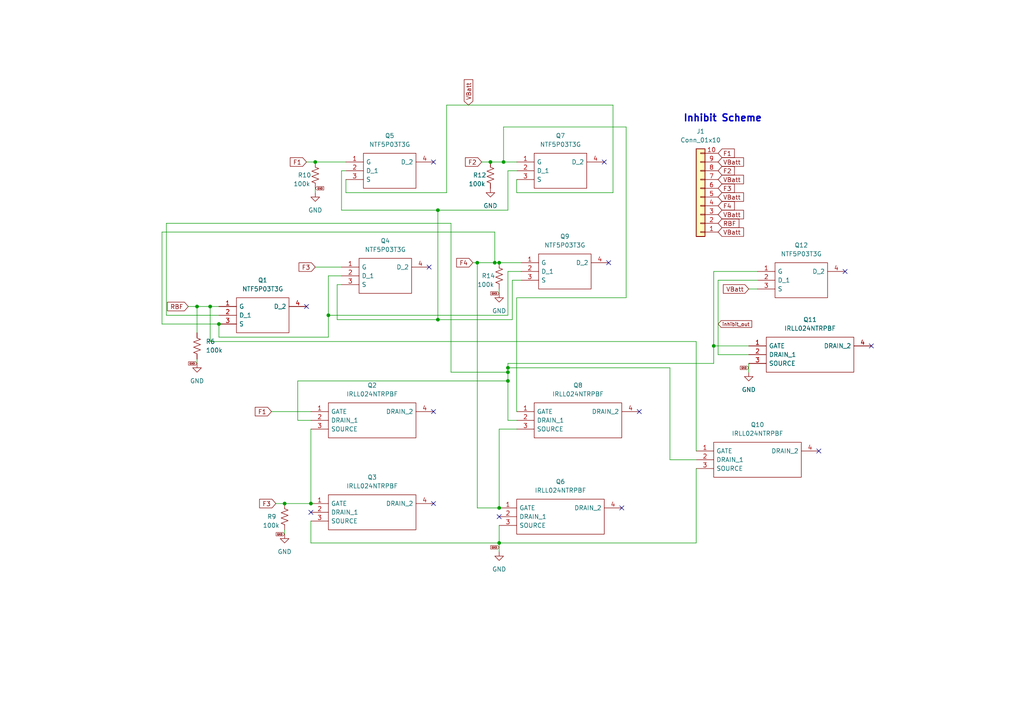
<source format=kicad_sch>
(kicad_sch (version 20211123) (generator eeschema)

  (uuid 84152665-d572-45d2-b68c-dcbd8e18be96)

  (paper "A4")

  (lib_symbols
    (symbol "Connector_Generic:Conn_01x10" (pin_names (offset 1.016) hide) (in_bom yes) (on_board yes)
      (property "Reference" "J" (id 0) (at 0 12.7 0)
        (effects (font (size 1.27 1.27)))
      )
      (property "Value" "Conn_01x10" (id 1) (at 0 -15.24 0)
        (effects (font (size 1.27 1.27)))
      )
      (property "Footprint" "" (id 2) (at 0 0 0)
        (effects (font (size 1.27 1.27)) hide)
      )
      (property "Datasheet" "~" (id 3) (at 0 0 0)
        (effects (font (size 1.27 1.27)) hide)
      )
      (property "ki_keywords" "connector" (id 4) (at 0 0 0)
        (effects (font (size 1.27 1.27)) hide)
      )
      (property "ki_description" "Generic connector, single row, 01x10, script generated (kicad-library-utils/schlib/autogen/connector/)" (id 5) (at 0 0 0)
        (effects (font (size 1.27 1.27)) hide)
      )
      (property "ki_fp_filters" "Connector*:*_1x??_*" (id 6) (at 0 0 0)
        (effects (font (size 1.27 1.27)) hide)
      )
      (symbol "Conn_01x10_1_1"
        (rectangle (start -1.27 -12.573) (end 0 -12.827)
          (stroke (width 0.1524) (type default) (color 0 0 0 0))
          (fill (type none))
        )
        (rectangle (start -1.27 -10.033) (end 0 -10.287)
          (stroke (width 0.1524) (type default) (color 0 0 0 0))
          (fill (type none))
        )
        (rectangle (start -1.27 -7.493) (end 0 -7.747)
          (stroke (width 0.1524) (type default) (color 0 0 0 0))
          (fill (type none))
        )
        (rectangle (start -1.27 -4.953) (end 0 -5.207)
          (stroke (width 0.1524) (type default) (color 0 0 0 0))
          (fill (type none))
        )
        (rectangle (start -1.27 -2.413) (end 0 -2.667)
          (stroke (width 0.1524) (type default) (color 0 0 0 0))
          (fill (type none))
        )
        (rectangle (start -1.27 0.127) (end 0 -0.127)
          (stroke (width 0.1524) (type default) (color 0 0 0 0))
          (fill (type none))
        )
        (rectangle (start -1.27 2.667) (end 0 2.413)
          (stroke (width 0.1524) (type default) (color 0 0 0 0))
          (fill (type none))
        )
        (rectangle (start -1.27 5.207) (end 0 4.953)
          (stroke (width 0.1524) (type default) (color 0 0 0 0))
          (fill (type none))
        )
        (rectangle (start -1.27 7.747) (end 0 7.493)
          (stroke (width 0.1524) (type default) (color 0 0 0 0))
          (fill (type none))
        )
        (rectangle (start -1.27 10.287) (end 0 10.033)
          (stroke (width 0.1524) (type default) (color 0 0 0 0))
          (fill (type none))
        )
        (rectangle (start -1.27 11.43) (end 1.27 -13.97)
          (stroke (width 0.254) (type default) (color 0 0 0 0))
          (fill (type background))
        )
        (pin passive line (at -5.08 10.16 0) (length 3.81)
          (name "Pin_1" (effects (font (size 1.27 1.27))))
          (number "1" (effects (font (size 1.27 1.27))))
        )
        (pin passive line (at -5.08 -12.7 0) (length 3.81)
          (name "Pin_10" (effects (font (size 1.27 1.27))))
          (number "10" (effects (font (size 1.27 1.27))))
        )
        (pin passive line (at -5.08 7.62 0) (length 3.81)
          (name "Pin_2" (effects (font (size 1.27 1.27))))
          (number "2" (effects (font (size 1.27 1.27))))
        )
        (pin passive line (at -5.08 5.08 0) (length 3.81)
          (name "Pin_3" (effects (font (size 1.27 1.27))))
          (number "3" (effects (font (size 1.27 1.27))))
        )
        (pin passive line (at -5.08 2.54 0) (length 3.81)
          (name "Pin_4" (effects (font (size 1.27 1.27))))
          (number "4" (effects (font (size 1.27 1.27))))
        )
        (pin passive line (at -5.08 0 0) (length 3.81)
          (name "Pin_5" (effects (font (size 1.27 1.27))))
          (number "5" (effects (font (size 1.27 1.27))))
        )
        (pin passive line (at -5.08 -2.54 0) (length 3.81)
          (name "Pin_6" (effects (font (size 1.27 1.27))))
          (number "6" (effects (font (size 1.27 1.27))))
        )
        (pin passive line (at -5.08 -5.08 0) (length 3.81)
          (name "Pin_7" (effects (font (size 1.27 1.27))))
          (number "7" (effects (font (size 1.27 1.27))))
        )
        (pin passive line (at -5.08 -7.62 0) (length 3.81)
          (name "Pin_8" (effects (font (size 1.27 1.27))))
          (number "8" (effects (font (size 1.27 1.27))))
        )
        (pin passive line (at -5.08 -10.16 0) (length 3.81)
          (name "Pin_9" (effects (font (size 1.27 1.27))))
          (number "9" (effects (font (size 1.27 1.27))))
        )
      )
    )
    (symbol "Device:R_US" (pin_numbers hide) (pin_names (offset 0)) (in_bom yes) (on_board yes)
      (property "Reference" "R" (id 0) (at 2.54 0 90)
        (effects (font (size 1.27 1.27)))
      )
      (property "Value" "R_US" (id 1) (at -2.54 0 90)
        (effects (font (size 1.27 1.27)))
      )
      (property "Footprint" "" (id 2) (at 1.016 -0.254 90)
        (effects (font (size 1.27 1.27)) hide)
      )
      (property "Datasheet" "~" (id 3) (at 0 0 0)
        (effects (font (size 1.27 1.27)) hide)
      )
      (property "ki_keywords" "R res resistor" (id 4) (at 0 0 0)
        (effects (font (size 1.27 1.27)) hide)
      )
      (property "ki_description" "Resistor, US symbol" (id 5) (at 0 0 0)
        (effects (font (size 1.27 1.27)) hide)
      )
      (property "ki_fp_filters" "R_*" (id 6) (at 0 0 0)
        (effects (font (size 1.27 1.27)) hide)
      )
      (symbol "R_US_0_1"
        (polyline
          (pts
            (xy 0 -2.286)
            (xy 0 -2.54)
          )
          (stroke (width 0) (type default) (color 0 0 0 0))
          (fill (type none))
        )
        (polyline
          (pts
            (xy 0 2.286)
            (xy 0 2.54)
          )
          (stroke (width 0) (type default) (color 0 0 0 0))
          (fill (type none))
        )
        (polyline
          (pts
            (xy 0 -0.762)
            (xy 1.016 -1.143)
            (xy 0 -1.524)
            (xy -1.016 -1.905)
            (xy 0 -2.286)
          )
          (stroke (width 0) (type default) (color 0 0 0 0))
          (fill (type none))
        )
        (polyline
          (pts
            (xy 0 0.762)
            (xy 1.016 0.381)
            (xy 0 0)
            (xy -1.016 -0.381)
            (xy 0 -0.762)
          )
          (stroke (width 0) (type default) (color 0 0 0 0))
          (fill (type none))
        )
        (polyline
          (pts
            (xy 0 2.286)
            (xy 1.016 1.905)
            (xy 0 1.524)
            (xy -1.016 1.143)
            (xy 0 0.762)
          )
          (stroke (width 0) (type default) (color 0 0 0 0))
          (fill (type none))
        )
      )
      (symbol "R_US_1_1"
        (pin passive line (at 0 3.81 270) (length 1.27)
          (name "~" (effects (font (size 1.27 1.27))))
          (number "1" (effects (font (size 1.27 1.27))))
        )
        (pin passive line (at 0 -3.81 90) (length 1.27)
          (name "~" (effects (font (size 1.27 1.27))))
          (number "2" (effects (font (size 1.27 1.27))))
        )
      )
    )
    (symbol "IRLL024NTRPBF:IRLL024NTRPBF" (pin_names (offset 0.762)) (in_bom yes) (on_board yes)
      (property "Reference" "Q" (id 0) (at 31.75 7.62 0)
        (effects (font (size 1.27 1.27)) (justify left))
      )
      (property "Value" "IRLL024NTRPBF" (id 1) (at 31.75 5.08 0)
        (effects (font (size 1.27 1.27)) (justify left))
      )
      (property "Footprint" "SOT230P700X180-4N" (id 2) (at 31.75 2.54 0)
        (effects (font (size 1.27 1.27)) (justify left) hide)
      )
      (property "Datasheet" "https://www.infineon.com/dgdl/Infineon-IRLL024N-DS-v01_02-EN.pdf?fileId=5546d462533600a401535664451725d3" (id 3) (at 31.75 0 0)
        (effects (font (size 1.27 1.27)) (justify left) hide)
      )
      (property "Description" "Infineon IRLL024NTRPBF N-channel MOSFET, 4.4 A, 55 V HEXFET, 3+Tab-Pin SOT-223" (id 4) (at 31.75 -2.54 0)
        (effects (font (size 1.27 1.27)) (justify left) hide)
      )
      (property "Height" "1.8" (id 5) (at 31.75 -5.08 0)
        (effects (font (size 1.27 1.27)) (justify left) hide)
      )
      (property "Manufacturer_Name" "Infineon" (id 6) (at 31.75 -7.62 0)
        (effects (font (size 1.27 1.27)) (justify left) hide)
      )
      (property "Manufacturer_Part_Number" "IRLL024NTRPBF" (id 7) (at 31.75 -10.16 0)
        (effects (font (size 1.27 1.27)) (justify left) hide)
      )
      (property "Mouser Part Number" "942-IRLL024NTRPBF" (id 8) (at 31.75 -12.7 0)
        (effects (font (size 1.27 1.27)) (justify left) hide)
      )
      (property "Mouser Price/Stock" "https://www.mouser.co.uk/ProductDetail/Infineon-IR/IRLL024NTRPBF?qs=9%252BKlkBgLFf2jug2IEBryTg%3D%3D" (id 9) (at 31.75 -15.24 0)
        (effects (font (size 1.27 1.27)) (justify left) hide)
      )
      (property "Arrow Part Number" "IRLL024NTRPBF" (id 10) (at 31.75 -17.78 0)
        (effects (font (size 1.27 1.27)) (justify left) hide)
      )
      (property "Arrow Price/Stock" "https://www.arrow.com/en/products/irll024ntrpbf/infineon-technologies-ag" (id 11) (at 31.75 -20.32 0)
        (effects (font (size 1.27 1.27)) (justify left) hide)
      )
      (property "Mouser Testing Part Number" "" (id 12) (at 31.75 -22.86 0)
        (effects (font (size 1.27 1.27)) (justify left) hide)
      )
      (property "Mouser Testing Price/Stock" "" (id 13) (at 31.75 -25.4 0)
        (effects (font (size 1.27 1.27)) (justify left) hide)
      )
      (property "ki_description" "Infineon IRLL024NTRPBF N-channel MOSFET, 4.4 A, 55 V HEXFET, 3+Tab-Pin SOT-223" (id 14) (at 0 0 0)
        (effects (font (size 1.27 1.27)) hide)
      )
      (symbol "IRLL024NTRPBF_0_0"
        (pin passive line (at 0 0 0) (length 5.08)
          (name "GATE" (effects (font (size 1.27 1.27))))
          (number "1" (effects (font (size 1.27 1.27))))
        )
        (pin passive line (at 0 -2.54 0) (length 5.08)
          (name "DRAIN_1" (effects (font (size 1.27 1.27))))
          (number "2" (effects (font (size 1.27 1.27))))
        )
        (pin passive line (at 0 -5.08 0) (length 5.08)
          (name "SOURCE" (effects (font (size 1.27 1.27))))
          (number "3" (effects (font (size 1.27 1.27))))
        )
        (pin passive line (at 35.56 0 180) (length 5.08)
          (name "DRAIN_2" (effects (font (size 1.27 1.27))))
          (number "4" (effects (font (size 1.27 1.27))))
        )
      )
      (symbol "IRLL024NTRPBF_0_1"
        (polyline
          (pts
            (xy 5.08 2.54)
            (xy 30.48 2.54)
            (xy 30.48 -7.62)
            (xy 5.08 -7.62)
            (xy 5.08 2.54)
          )
          (stroke (width 0.1524) (type default) (color 0 0 0 0))
          (fill (type none))
        )
      )
    )
    (symbol "NTF6P02T3G:NTF6P02T3G" (pin_names (offset 0.762)) (in_bom yes) (on_board yes)
      (property "Reference" "Q" (id 0) (at 21.59 7.62 0)
        (effects (font (size 1.27 1.27)) (justify left))
      )
      (property "Value" "NTF6P02T3G" (id 1) (at 21.59 5.08 0)
        (effects (font (size 1.27 1.27)) (justify left))
      )
      (property "Footprint" "SOT230P700X175-4N" (id 2) (at 21.59 2.54 0)
        (effects (font (size 1.27 1.27)) (justify left) hide)
      )
      (property "Datasheet" "http://www.onsemi.com/pub/Collateral/NTF6P02T3-D.PDF" (id 3) (at 21.59 0 0)
        (effects (font (size 1.27 1.27)) (justify left) hide)
      )
      (property "Description" "P-channel MOSFET Transistor, 8.4 A, -20 V, 3-pin SOT-223" (id 4) (at 21.59 -2.54 0)
        (effects (font (size 1.27 1.27)) (justify left) hide)
      )
      (property "Height" "1.75" (id 5) (at 21.59 -5.08 0)
        (effects (font (size 1.27 1.27)) (justify left) hide)
      )
      (property "Manufacturer_Name" "onsemi" (id 6) (at 21.59 -7.62 0)
        (effects (font (size 1.27 1.27)) (justify left) hide)
      )
      (property "Manufacturer_Part_Number" "NTF6P02T3G" (id 7) (at 21.59 -10.16 0)
        (effects (font (size 1.27 1.27)) (justify left) hide)
      )
      (property "Mouser Part Number" "863-NTF6P02T3G" (id 8) (at 21.59 -12.7 0)
        (effects (font (size 1.27 1.27)) (justify left) hide)
      )
      (property "Mouser Price/Stock" "https://www.mouser.co.uk/ProductDetail/onsemi/NTF6P02T3G?qs=ZXBb0xZ9WeDFlv0DxlzZdg%3D%3D" (id 9) (at 21.59 -15.24 0)
        (effects (font (size 1.27 1.27)) (justify left) hide)
      )
      (property "Arrow Part Number" "NTF6P02T3G" (id 10) (at 21.59 -17.78 0)
        (effects (font (size 1.27 1.27)) (justify left) hide)
      )
      (property "Arrow Price/Stock" "https://www.arrow.com/en/products/ntf6p02t3g/on-semiconductor?region=nac" (id 11) (at 21.59 -20.32 0)
        (effects (font (size 1.27 1.27)) (justify left) hide)
      )
      (property "Mouser Testing Part Number" "" (id 12) (at 21.59 -22.86 0)
        (effects (font (size 1.27 1.27)) (justify left) hide)
      )
      (property "Mouser Testing Price/Stock" "" (id 13) (at 21.59 -25.4 0)
        (effects (font (size 1.27 1.27)) (justify left) hide)
      )
      (property "ki_description" "P-channel MOSFET Transistor, 8.4 A, -20 V, 3-pin SOT-223" (id 14) (at 0 0 0)
        (effects (font (size 1.27 1.27)) hide)
      )
      (symbol "NTF6P02T3G_0_0"
        (pin passive line (at 0 0 0) (length 5.08)
          (name "G" (effects (font (size 1.27 1.27))))
          (number "1" (effects (font (size 1.27 1.27))))
        )
        (pin passive line (at 0 -2.54 0) (length 5.08)
          (name "D_1" (effects (font (size 1.27 1.27))))
          (number "2" (effects (font (size 1.27 1.27))))
        )
        (pin passive line (at 0 -5.08 0) (length 5.08)
          (name "S" (effects (font (size 1.27 1.27))))
          (number "3" (effects (font (size 1.27 1.27))))
        )
        (pin passive line (at 25.4 0 180) (length 5.08)
          (name "D_2" (effects (font (size 1.27 1.27))))
          (number "4" (effects (font (size 1.27 1.27))))
        )
      )
      (symbol "NTF6P02T3G_0_1"
        (polyline
          (pts
            (xy 5.08 2.54)
            (xy 20.32 2.54)
            (xy 20.32 -7.62)
            (xy 5.08 -7.62)
            (xy 5.08 2.54)
          )
          (stroke (width 0.1524) (type default) (color 0 0 0 0))
          (fill (type none))
        )
      )
    )
    (symbol "power:GND" (power) (pin_names (offset 0)) (in_bom yes) (on_board yes)
      (property "Reference" "#PWR" (id 0) (at 0 -6.35 0)
        (effects (font (size 1.27 1.27)) hide)
      )
      (property "Value" "GND" (id 1) (at 0 -3.81 0)
        (effects (font (size 1.27 1.27)))
      )
      (property "Footprint" "" (id 2) (at 0 0 0)
        (effects (font (size 1.27 1.27)) hide)
      )
      (property "Datasheet" "" (id 3) (at 0 0 0)
        (effects (font (size 1.27 1.27)) hide)
      )
      (property "ki_keywords" "power-flag" (id 4) (at 0 0 0)
        (effects (font (size 1.27 1.27)) hide)
      )
      (property "ki_description" "Power symbol creates a global label with name \"GND\" , ground" (id 5) (at 0 0 0)
        (effects (font (size 1.27 1.27)) hide)
      )
      (symbol "GND_0_1"
        (polyline
          (pts
            (xy 0 0)
            (xy 0 -1.27)
            (xy 1.27 -1.27)
            (xy 0 -2.54)
            (xy -1.27 -1.27)
            (xy 0 -1.27)
          )
          (stroke (width 0) (type default) (color 0 0 0 0))
          (fill (type none))
        )
      )
      (symbol "GND_1_1"
        (pin power_in line (at 0 0 270) (length 0) hide
          (name "GND" (effects (font (size 1.27 1.27))))
          (number "1" (effects (font (size 1.27 1.27))))
        )
      )
    )
  )

  (junction (at 138.43 76.2) (diameter 0) (color 0 0 0 0)
    (uuid 145fa1a1-524f-40a3-878b-512a3ce6dea1)
  )
  (junction (at 142.24 46.99) (diameter 0) (color 0 0 0 0)
    (uuid 152e1f9e-718e-4670-9fc0-d875b5b02a47)
  )
  (junction (at 147.32 106.68) (diameter 0) (color 0 0 0 0)
    (uuid 40952a9c-d0df-4642-bc48-f2c8a9d449b4)
  )
  (junction (at 60.96 88.9) (diameter 0) (color 0 0 0 0)
    (uuid 48ffdc8b-8b90-4e0f-bbbe-fb159b51db98)
  )
  (junction (at 147.32 110.49) (diameter 0) (color 0 0 0 0)
    (uuid 5c139f6d-6953-46c4-baac-9709c69dd9df)
  )
  (junction (at 95.25 91.44) (diameter 0) (color 0 0 0 0)
    (uuid 61ae470a-6fbb-4789-b97e-04f481e875a7)
  )
  (junction (at 127 60.96) (diameter 0) (color 0 0 0 0)
    (uuid 647908ee-2b4e-4e8b-8e4f-ec02782412a1)
  )
  (junction (at 143.51 76.2) (diameter 0) (color 0 0 0 0)
    (uuid 704fec7d-3585-492b-b130-7d83d072b7c2)
  )
  (junction (at 82.55 146.05) (diameter 0) (color 0 0 0 0)
    (uuid 7c5b1ae7-6a38-4343-90f3-a0e77a959799)
  )
  (junction (at 207.01 100.33) (diameter 0) (color 0 0 0 0)
    (uuid 819bc747-c6e5-44c4-9261-8ebeb2cea311)
  )
  (junction (at 63.5 93.98) (diameter 0) (color 0 0 0 0)
    (uuid 8abe2c66-8bef-4b4b-ad7f-8b5b52ce379b)
  )
  (junction (at 144.78 157.48) (diameter 0) (color 0 0 0 0)
    (uuid 967d0636-c80a-431d-8e9a-77b9caba64a6)
  )
  (junction (at 144.78 76.2) (diameter 0) (color 0 0 0 0)
    (uuid 96b5c953-1d87-4ab7-9bf5-124f0c43bac5)
  )
  (junction (at 127 92.71) (diameter 0) (color 0 0 0 0)
    (uuid a432db3b-650a-4dab-a568-a6a3e9beec1e)
  )
  (junction (at 144.78 147.32) (diameter 0) (color 0 0 0 0)
    (uuid a54e9f8b-7085-49f8-8079-3d76d34edd82)
  )
  (junction (at 90.17 146.05) (diameter 0) (color 0 0 0 0)
    (uuid c24e4ae1-6953-4182-80a8-29192f184ebf)
  )
  (junction (at 91.44 46.99) (diameter 0) (color 0 0 0 0)
    (uuid c7b56fa6-72ac-42fe-abb2-1502eaf7fc9a)
  )
  (junction (at 146.05 46.99) (diameter 0) (color 0 0 0 0)
    (uuid e6b97cb2-7626-4610-851f-c02e66fae9e1)
  )
  (junction (at 147.32 107.95) (diameter 0) (color 0 0 0 0)
    (uuid f9cbe51f-0ba9-42cb-a849-2dcb9b2a70bf)
  )
  (junction (at 57.15 88.9) (diameter 0) (color 0 0 0 0)
    (uuid fa4bded2-227c-4a08-98ee-48a0a7e5b5a7)
  )

  (no_connect (at 144.78 149.86) (uuid 01eac67f-a6cc-480b-a472-e149666ad40c))
  (no_connect (at 125.73 119.38) (uuid 0dc85902-0901-4d11-98aa-6faccc92d99c))
  (no_connect (at 124.46 77.47) (uuid 22db07f1-2fea-47e7-a5f8-6ab4c19493c9))
  (no_connect (at 125.73 46.99) (uuid 260530e2-cb2d-4530-936d-c9ae8d1d17c4))
  (no_connect (at 180.34 147.32) (uuid 549261f2-03fa-4d11-831b-9e2886ec95a7))
  (no_connect (at 175.26 46.99) (uuid 67679f6e-1f3a-4f43-8e31-3367e2bcf78f))
  (no_connect (at 90.17 148.59) (uuid 7425f030-c336-436b-a54a-58994ea693f8))
  (no_connect (at 252.73 100.33) (uuid 76d586f3-281b-4b3c-b391-4d990815824d))
  (no_connect (at 176.53 76.2) (uuid 8f8de102-5211-4a10-9a05-e579025b8b8e))
  (no_connect (at 88.9 88.9) (uuid a54910ea-6d82-416a-8461-7c256c309467))
  (no_connect (at 185.42 119.38) (uuid add8b459-fe05-42a1-a3f2-b1d24064325b))
  (no_connect (at 125.73 146.05) (uuid cbcbd910-1942-4f08-852a-8ef0c7e065dc))
  (no_connect (at 237.49 130.81) (uuid de75f82c-c3cd-4f40-be45-d9cf2886a546))
  (no_connect (at 245.11 78.74) (uuid e62fb4b1-8981-424c-96b9-00a5bae4aecf))

  (wire (pts (xy 90.17 121.92) (xy 86.36 121.92))
    (stroke (width 0) (type default) (color 0 0 0 0))
    (uuid 0093237b-41bc-475a-816e-c9974db15d71)
  )
  (wire (pts (xy 201.93 130.81) (xy 201.93 99.06))
    (stroke (width 0) (type default) (color 0 0 0 0))
    (uuid 08baff83-2c27-4525-a97d-a9eb3d40aefd)
  )
  (wire (pts (xy 142.24 46.99) (xy 146.05 46.99))
    (stroke (width 0) (type default) (color 0 0 0 0))
    (uuid 0d44d225-81d7-4d4f-97b3-7bc6e3a6f93b)
  )
  (wire (pts (xy 86.36 110.49) (xy 147.32 110.49))
    (stroke (width 0) (type default) (color 0 0 0 0))
    (uuid 0f488856-3af6-49c5-99b6-76688215a2d7)
  )
  (wire (pts (xy 201.93 99.06) (xy 60.96 99.06))
    (stroke (width 0) (type default) (color 0 0 0 0))
    (uuid 1204ff0e-00ac-40b2-b0d4-23a888c93872)
  )
  (wire (pts (xy 129.54 55.88) (xy 129.54 30.48))
    (stroke (width 0) (type default) (color 0 0 0 0))
    (uuid 14209504-bd88-461b-8637-6c090669ae5d)
  )
  (wire (pts (xy 95.25 97.79) (xy 63.5 97.79))
    (stroke (width 0) (type default) (color 0 0 0 0))
    (uuid 19928f41-bbd0-491d-8eb8-d3e4b8b805e3)
  )
  (wire (pts (xy 100.33 49.53) (xy 99.06 49.53))
    (stroke (width 0) (type default) (color 0 0 0 0))
    (uuid 28f9786d-2e47-42b3-bf64-6db69b465214)
  )
  (wire (pts (xy 60.96 99.06) (xy 60.96 88.9))
    (stroke (width 0) (type default) (color 0 0 0 0))
    (uuid 299428cb-e962-4136-b87a-c3461543895b)
  )
  (wire (pts (xy 63.5 97.79) (xy 63.5 93.98))
    (stroke (width 0) (type default) (color 0 0 0 0))
    (uuid 2b699bb9-49ae-472c-a9ed-f37f0829a22c)
  )
  (wire (pts (xy 146.05 36.83) (xy 146.05 46.99))
    (stroke (width 0) (type default) (color 0 0 0 0))
    (uuid 2d7c5c48-8744-4b4d-802e-80d9d1c37a75)
  )
  (wire (pts (xy 91.44 55.88) (xy 91.44 54.61))
    (stroke (width 0) (type default) (color 0 0 0 0))
    (uuid 30ea9bd2-1951-4911-b344-e41f121a4ff3)
  )
  (wire (pts (xy 46.99 93.98) (xy 46.99 67.31))
    (stroke (width 0) (type default) (color 0 0 0 0))
    (uuid 34ec338d-df40-428c-9fe0-e115d8a44a0c)
  )
  (wire (pts (xy 149.86 86.36) (xy 181.61 86.36))
    (stroke (width 0) (type default) (color 0 0 0 0))
    (uuid 38ff3e59-afc6-4a58-8cfc-d0e954573602)
  )
  (wire (pts (xy 147.32 107.95) (xy 147.32 110.49))
    (stroke (width 0) (type default) (color 0 0 0 0))
    (uuid 3b94faaa-3a5c-4e09-a451-f99152e7bbd8)
  )
  (wire (pts (xy 63.5 93.98) (xy 46.99 93.98))
    (stroke (width 0) (type default) (color 0 0 0 0))
    (uuid 3d2d8f96-6152-4668-b5ef-b88b8286a94c)
  )
  (wire (pts (xy 99.06 80.01) (xy 95.25 80.01))
    (stroke (width 0) (type default) (color 0 0 0 0))
    (uuid 45f1adbb-06fb-446f-baf4-3909cb0b1423)
  )
  (wire (pts (xy 201.93 157.48) (xy 144.78 157.48))
    (stroke (width 0) (type default) (color 0 0 0 0))
    (uuid 4882dd8a-84c6-49b6-88e7-7001396f6c42)
  )
  (wire (pts (xy 144.78 147.32) (xy 138.43 147.32))
    (stroke (width 0) (type default) (color 0 0 0 0))
    (uuid 4889c306-0726-4432-a4d4-220d6d2c92ff)
  )
  (wire (pts (xy 181.61 86.36) (xy 181.61 36.83))
    (stroke (width 0) (type default) (color 0 0 0 0))
    (uuid 4a3cc016-15c9-4074-81d8-9d4086bf0660)
  )
  (wire (pts (xy 201.93 133.35) (xy 194.31 133.35))
    (stroke (width 0) (type default) (color 0 0 0 0))
    (uuid 4a42fbee-d5d0-47a1-96e0-ce21e487479b)
  )
  (wire (pts (xy 207.01 105.41) (xy 207.01 100.33))
    (stroke (width 0) (type default) (color 0 0 0 0))
    (uuid 4dda6835-c4fc-4520-b10d-b1c31b8bbe35)
  )
  (wire (pts (xy 148.59 81.28) (xy 151.13 81.28))
    (stroke (width 0) (type default) (color 0 0 0 0))
    (uuid 4df0c729-7c7c-45f8-bd2c-4edf9c31bcd9)
  )
  (wire (pts (xy 201.93 135.89) (xy 201.93 157.48))
    (stroke (width 0) (type default) (color 0 0 0 0))
    (uuid 4e6ba47a-b721-4292-b8a5-bfcae2f72fec)
  )
  (wire (pts (xy 78.74 119.38) (xy 90.17 119.38))
    (stroke (width 0) (type default) (color 0 0 0 0))
    (uuid 4e6c9f91-89d1-4d59-b1ef-8f1891ea767d)
  )
  (wire (pts (xy 99.06 60.96) (xy 127 60.96))
    (stroke (width 0) (type default) (color 0 0 0 0))
    (uuid 4f5af8a0-9eeb-4d0b-84f3-143d81f9cd7f)
  )
  (wire (pts (xy 217.17 83.82) (xy 219.71 83.82))
    (stroke (width 0) (type default) (color 0 0 0 0))
    (uuid 500e0397-b3ea-4672-8169-113dec65dc4b)
  )
  (wire (pts (xy 138.43 76.2) (xy 143.51 76.2))
    (stroke (width 0) (type default) (color 0 0 0 0))
    (uuid 50eac68a-fd06-4d11-bc77-3a5b4a8923b8)
  )
  (wire (pts (xy 90.17 157.48) (xy 144.78 157.48))
    (stroke (width 0) (type default) (color 0 0 0 0))
    (uuid 563d2f64-2c04-426d-83d5-27160db0741b)
  )
  (wire (pts (xy 82.55 146.05) (xy 90.17 146.05))
    (stroke (width 0) (type default) (color 0 0 0 0))
    (uuid 5a774ff6-9053-4e7f-ab3e-85d414e052c5)
  )
  (wire (pts (xy 147.32 106.68) (xy 147.32 107.95))
    (stroke (width 0) (type default) (color 0 0 0 0))
    (uuid 5eca203a-e7ec-4906-994d-eff3e0a699cd)
  )
  (wire (pts (xy 97.79 92.71) (xy 97.79 82.55))
    (stroke (width 0) (type default) (color 0 0 0 0))
    (uuid 5ff63a88-e41c-4e6e-b606-6ebbc31e2b5e)
  )
  (wire (pts (xy 147.32 91.44) (xy 147.32 78.74))
    (stroke (width 0) (type default) (color 0 0 0 0))
    (uuid 63353062-4621-4580-b1b8-d3f191efab55)
  )
  (wire (pts (xy 149.86 86.36) (xy 149.86 119.38))
    (stroke (width 0) (type default) (color 0 0 0 0))
    (uuid 63477831-0717-4642-8521-d39a72a45e22)
  )
  (wire (pts (xy 97.79 82.55) (xy 99.06 82.55))
    (stroke (width 0) (type default) (color 0 0 0 0))
    (uuid 650cd174-e43a-406c-98d8-19d4468d9302)
  )
  (wire (pts (xy 147.32 49.53) (xy 149.86 49.53))
    (stroke (width 0) (type default) (color 0 0 0 0))
    (uuid 653f414e-dab4-4faa-a80b-eae797e1d553)
  )
  (wire (pts (xy 129.54 30.48) (xy 177.8 30.48))
    (stroke (width 0) (type default) (color 0 0 0 0))
    (uuid 66b90370-e31c-419f-8019-0b0d1443176c)
  )
  (wire (pts (xy 127 60.96) (xy 147.32 60.96))
    (stroke (width 0) (type default) (color 0 0 0 0))
    (uuid 672cb7b2-abb3-450e-ab9e-0792f2efb18f)
  )
  (wire (pts (xy 208.28 102.87) (xy 217.17 102.87))
    (stroke (width 0) (type default) (color 0 0 0 0))
    (uuid 6a393418-cb2a-4cd9-a523-8d1a86a9c1f6)
  )
  (wire (pts (xy 60.96 88.9) (xy 63.5 88.9))
    (stroke (width 0) (type default) (color 0 0 0 0))
    (uuid 6b786bab-68ab-45b6-8caf-300a0ba74c8f)
  )
  (wire (pts (xy 217.17 105.41) (xy 217.17 107.95))
    (stroke (width 0) (type default) (color 0 0 0 0))
    (uuid 6c2d7663-bcca-4ed7-9d54-35a77c6439d7)
  )
  (wire (pts (xy 147.32 121.92) (xy 149.86 121.92))
    (stroke (width 0) (type default) (color 0 0 0 0))
    (uuid 6e7936d7-b58c-40aa-bc98-a7b3cc948b00)
  )
  (wire (pts (xy 99.06 49.53) (xy 99.06 60.96))
    (stroke (width 0) (type default) (color 0 0 0 0))
    (uuid 6f6a0c44-8eeb-4f7b-b502-d23f90ae53a3)
  )
  (wire (pts (xy 147.32 78.74) (xy 151.13 78.74))
    (stroke (width 0) (type default) (color 0 0 0 0))
    (uuid 7424856a-a335-4cf2-9b5a-f33899837967)
  )
  (wire (pts (xy 86.36 121.92) (xy 86.36 110.49))
    (stroke (width 0) (type default) (color 0 0 0 0))
    (uuid 74f13431-2daa-486a-a505-86428176b345)
  )
  (wire (pts (xy 194.31 133.35) (xy 194.31 106.68))
    (stroke (width 0) (type default) (color 0 0 0 0))
    (uuid 7df93778-7d41-408d-a9b1-037f99a0a089)
  )
  (wire (pts (xy 91.44 46.99) (xy 100.33 46.99))
    (stroke (width 0) (type default) (color 0 0 0 0))
    (uuid 7f1ff2a1-73bf-4f15-a56e-9d68dda80f36)
  )
  (wire (pts (xy 143.51 67.31) (xy 143.51 76.2))
    (stroke (width 0) (type default) (color 0 0 0 0))
    (uuid 80f7f223-f2fb-463a-a0a2-4401d57a7bca)
  )
  (wire (pts (xy 95.25 80.01) (xy 95.25 91.44))
    (stroke (width 0) (type default) (color 0 0 0 0))
    (uuid 8cd3ba8b-b8d8-4a7b-881c-d88c99b4dbb0)
  )
  (wire (pts (xy 181.61 36.83) (xy 146.05 36.83))
    (stroke (width 0) (type default) (color 0 0 0 0))
    (uuid 8d332b33-ac52-460d-b864-fb13e7a0a423)
  )
  (wire (pts (xy 48.26 91.44) (xy 63.5 91.44))
    (stroke (width 0) (type default) (color 0 0 0 0))
    (uuid 91ead578-8728-4fbc-903e-64726bdc0997)
  )
  (wire (pts (xy 100.33 55.88) (xy 129.54 55.88))
    (stroke (width 0) (type default) (color 0 0 0 0))
    (uuid 94191024-0d18-474e-a92d-4e7d1294e7a6)
  )
  (wire (pts (xy 130.81 64.77) (xy 130.81 107.95))
    (stroke (width 0) (type default) (color 0 0 0 0))
    (uuid 9632ccba-f752-41c9-bff5-30737f02d07a)
  )
  (wire (pts (xy 207.01 78.74) (xy 207.01 100.33))
    (stroke (width 0) (type default) (color 0 0 0 0))
    (uuid 97426dc6-76df-4676-a7b2-0914ba64d38b)
  )
  (wire (pts (xy 194.31 106.68) (xy 147.32 106.68))
    (stroke (width 0) (type default) (color 0 0 0 0))
    (uuid 9795d3a7-8f59-4196-abe6-041a1e6c7d87)
  )
  (wire (pts (xy 149.86 124.46) (xy 144.78 124.46))
    (stroke (width 0) (type default) (color 0 0 0 0))
    (uuid a108e277-6065-4354-a6f1-0e5adea1c597)
  )
  (wire (pts (xy 144.78 157.48) (xy 144.78 152.4))
    (stroke (width 0) (type default) (color 0 0 0 0))
    (uuid a10e87a2-4f3b-43e3-b217-b88f261b1396)
  )
  (wire (pts (xy 148.59 81.28) (xy 148.59 92.71))
    (stroke (width 0) (type default) (color 0 0 0 0))
    (uuid a23c1fd5-fdad-4438-99a0-654a63b16282)
  )
  (wire (pts (xy 146.05 46.99) (xy 149.86 46.99))
    (stroke (width 0) (type default) (color 0 0 0 0))
    (uuid a405d771-9bf6-43ae-b4b4-68f5735e52ae)
  )
  (wire (pts (xy 57.15 104.14) (xy 57.15 105.41))
    (stroke (width 0) (type default) (color 0 0 0 0))
    (uuid a468aabd-74f3-4eaf-9e01-eeb2002ab3b0)
  )
  (wire (pts (xy 90.17 151.13) (xy 90.17 157.48))
    (stroke (width 0) (type default) (color 0 0 0 0))
    (uuid ab86fce0-d1ac-4944-b099-c4e1a079b55e)
  )
  (wire (pts (xy 80.01 146.05) (xy 82.55 146.05))
    (stroke (width 0) (type default) (color 0 0 0 0))
    (uuid ada9903a-180f-4bde-9bca-fa2c98c3126c)
  )
  (wire (pts (xy 127 60.96) (xy 127 92.71))
    (stroke (width 0) (type default) (color 0 0 0 0))
    (uuid b7f3d3c9-b6aa-431c-a178-3b8b66b8b04a)
  )
  (wire (pts (xy 143.51 76.2) (xy 144.78 76.2))
    (stroke (width 0) (type default) (color 0 0 0 0))
    (uuid b9c8ca70-ada9-4886-adb2-816bc7ab9421)
  )
  (wire (pts (xy 148.59 92.71) (xy 127 92.71))
    (stroke (width 0) (type default) (color 0 0 0 0))
    (uuid ba412926-61f7-4112-8023-78cf349358a0)
  )
  (wire (pts (xy 139.7 46.99) (xy 142.24 46.99))
    (stroke (width 0) (type default) (color 0 0 0 0))
    (uuid bb251478-1efd-4287-acdc-67d798081711)
  )
  (wire (pts (xy 88.9 46.99) (xy 91.44 46.99))
    (stroke (width 0) (type default) (color 0 0 0 0))
    (uuid bb64b697-68d5-449b-bd39-b7fd4af69259)
  )
  (wire (pts (xy 207.01 100.33) (xy 217.17 100.33))
    (stroke (width 0) (type default) (color 0 0 0 0))
    (uuid bd20f4ff-1613-4fb4-8ffd-575d61dd1bc9)
  )
  (wire (pts (xy 138.43 147.32) (xy 138.43 76.2))
    (stroke (width 0) (type default) (color 0 0 0 0))
    (uuid bdc7c322-4b7f-45e3-bdd7-2fa07a9e9e5e)
  )
  (wire (pts (xy 91.44 77.47) (xy 99.06 77.47))
    (stroke (width 0) (type default) (color 0 0 0 0))
    (uuid beb3ea1b-1d52-4728-a2d1-9b84d3a5d62f)
  )
  (wire (pts (xy 208.28 81.28) (xy 208.28 102.87))
    (stroke (width 0) (type default) (color 0 0 0 0))
    (uuid beebc989-ba74-4036-9e38-d1aafb758239)
  )
  (wire (pts (xy 147.32 105.41) (xy 207.01 105.41))
    (stroke (width 0) (type default) (color 0 0 0 0))
    (uuid c1c64be5-0b41-4a86-a962-b8bf047ce0fe)
  )
  (wire (pts (xy 219.71 81.28) (xy 208.28 81.28))
    (stroke (width 0) (type default) (color 0 0 0 0))
    (uuid c807e5e4-f7f7-469e-be80-0c7bcc685ccc)
  )
  (wire (pts (xy 144.78 124.46) (xy 144.78 147.32))
    (stroke (width 0) (type default) (color 0 0 0 0))
    (uuid c8e89efb-b95e-4145-b0de-b515a4ee8ad9)
  )
  (wire (pts (xy 207.01 78.74) (xy 219.71 78.74))
    (stroke (width 0) (type default) (color 0 0 0 0))
    (uuid cb63c693-9a1a-4996-a348-c4d3fadc111e)
  )
  (wire (pts (xy 54.61 88.9) (xy 57.15 88.9))
    (stroke (width 0) (type default) (color 0 0 0 0))
    (uuid cbc618b3-34bf-463c-94c7-ed2b616e5240)
  )
  (wire (pts (xy 177.8 55.88) (xy 177.8 30.48))
    (stroke (width 0) (type default) (color 0 0 0 0))
    (uuid cf3f04d7-a058-4ef1-be0e-1b259ee38379)
  )
  (wire (pts (xy 130.81 64.77) (xy 48.26 64.77))
    (stroke (width 0) (type default) (color 0 0 0 0))
    (uuid d098fc0f-6c8b-48d3-9f30-2ccf30ad9dc5)
  )
  (wire (pts (xy 149.86 55.88) (xy 177.8 55.88))
    (stroke (width 0) (type default) (color 0 0 0 0))
    (uuid d12bce0b-f01c-4eb4-9398-3dd873d70f16)
  )
  (wire (pts (xy 130.81 107.95) (xy 147.32 107.95))
    (stroke (width 0) (type default) (color 0 0 0 0))
    (uuid d1f63d24-4d9f-4478-a1b7-01a374b3f4d3)
  )
  (wire (pts (xy 137.16 76.2) (xy 138.43 76.2))
    (stroke (width 0) (type default) (color 0 0 0 0))
    (uuid d4a855df-f5c2-4a1d-bb8e-8012545a0472)
  )
  (wire (pts (xy 144.78 83.82) (xy 144.78 85.09))
    (stroke (width 0) (type default) (color 0 0 0 0))
    (uuid d5df30d7-3ae0-4bd5-8935-470000c10819)
  )
  (wire (pts (xy 144.78 76.2) (xy 151.13 76.2))
    (stroke (width 0) (type default) (color 0 0 0 0))
    (uuid d9a8c865-2b15-43d5-a1fe-d4376615f06c)
  )
  (wire (pts (xy 57.15 88.9) (xy 60.96 88.9))
    (stroke (width 0) (type default) (color 0 0 0 0))
    (uuid d9cdc769-148c-4111-91d4-dbc85935d04a)
  )
  (wire (pts (xy 147.32 110.49) (xy 147.32 121.92))
    (stroke (width 0) (type default) (color 0 0 0 0))
    (uuid da46a730-c2ee-4850-9cb1-9c11ffb58f65)
  )
  (wire (pts (xy 147.32 105.41) (xy 147.32 106.68))
    (stroke (width 0) (type default) (color 0 0 0 0))
    (uuid dbb2da92-e651-4d55-806f-9023d152d900)
  )
  (wire (pts (xy 127 92.71) (xy 97.79 92.71))
    (stroke (width 0) (type default) (color 0 0 0 0))
    (uuid dc21daf4-6195-41e7-a3ae-9a2bdc5b0461)
  )
  (wire (pts (xy 95.25 91.44) (xy 95.25 97.79))
    (stroke (width 0) (type default) (color 0 0 0 0))
    (uuid df1f07d1-b7b4-4e19-b0e1-a07d56158071)
  )
  (wire (pts (xy 48.26 64.77) (xy 48.26 91.44))
    (stroke (width 0) (type default) (color 0 0 0 0))
    (uuid e237d54d-7b5a-4991-be3c-baf9e8e6738e)
  )
  (wire (pts (xy 144.78 160.02) (xy 144.78 157.48))
    (stroke (width 0) (type default) (color 0 0 0 0))
    (uuid e2ed8b25-f3f9-4176-8e11-805fc13c4221)
  )
  (wire (pts (xy 57.15 88.9) (xy 57.15 96.52))
    (stroke (width 0) (type default) (color 0 0 0 0))
    (uuid e3978438-1ee1-40a2-aea7-099b4d2e4656)
  )
  (wire (pts (xy 100.33 52.07) (xy 100.33 55.88))
    (stroke (width 0) (type default) (color 0 0 0 0))
    (uuid e9ec38f9-a168-41eb-83bb-173a22a384a3)
  )
  (wire (pts (xy 82.55 154.94) (xy 82.55 153.67))
    (stroke (width 0) (type default) (color 0 0 0 0))
    (uuid eba68c7c-ac3d-4cb7-85ca-8a8f3061ef1c)
  )
  (wire (pts (xy 95.25 91.44) (xy 147.32 91.44))
    (stroke (width 0) (type default) (color 0 0 0 0))
    (uuid efa34893-934e-4adf-9021-f6ea9e65e1d4)
  )
  (wire (pts (xy 46.99 67.31) (xy 143.51 67.31))
    (stroke (width 0) (type default) (color 0 0 0 0))
    (uuid f1a7b97f-7e89-4dbd-80e5-49ba87cd767a)
  )
  (wire (pts (xy 90.17 124.46) (xy 90.17 146.05))
    (stroke (width 0) (type default) (color 0 0 0 0))
    (uuid f219e41d-a8f2-4368-b22f-379b15307c49)
  )
  (wire (pts (xy 147.32 60.96) (xy 147.32 49.53))
    (stroke (width 0) (type default) (color 0 0 0 0))
    (uuid f84a4d32-ad3c-47d7-8c41-ea31ab770a76)
  )
  (wire (pts (xy 149.86 52.07) (xy 149.86 55.88))
    (stroke (width 0) (type default) (color 0 0 0 0))
    (uuid fb620599-bfd7-47b3-8263-f2ef80657477)
  )

  (text "Inhibit Scheme" (at 198.12 35.56 0)
    (effects (font (size 2 2) (thickness 0.4) bold) (justify left bottom))
    (uuid 35911b8e-b671-4a58-9938-c2894c435270)
  )

  (global_label "F1" (shape input) (at 208.28 44.45 0) (fields_autoplaced)
    (effects (font (size 1.27 1.27)) (justify left))
    (uuid 16e6160c-fb9b-4022-8309-b758992c23f1)
    (property "Intersheet References" "${INTERSHEET_REFS}" (id 0) (at 212.9912 44.3706 0)
      (effects (font (size 1.27 1.27)) (justify left) hide)
    )
  )
  (global_label "VBatt" (shape input) (at 135.89 30.48 90) (fields_autoplaced)
    (effects (font (size 1.27 1.27)) (justify left))
    (uuid 1782f68e-55df-49f2-9828-8fab34e1c3c9)
    (property "Intersheet References" "${INTERSHEET_REFS}" (id 0) (at 135.8106 23.1079 90)
      (effects (font (size 1.27 1.27)) (justify left) hide)
    )
  )
  (global_label "F3" (shape input) (at 91.44 77.47 180) (fields_autoplaced)
    (effects (font (size 1.27 1.27)) (justify right))
    (uuid 180afc0a-bbff-4b68-98b2-d3027ffe7cba)
    (property "Intersheet References" "${INTERSHEET_REFS}" (id 0) (at 86.7288 77.3906 0)
      (effects (font (size 1.27 1.27)) (justify right) hide)
    )
  )
  (global_label "GND" (shape input) (at 144.78 158.75 180) (fields_autoplaced)
    (effects (font (size 0.5 0.5)) (justify right))
    (uuid 18426ffc-c506-44a2-965f-b75b201eeecb)
    (property "Intersheet References" "${INTERSHEET_REFS}" (id 0) (at 142.3062 158.7812 0)
      (effects (font (size 0.5 0.5)) (justify right) hide)
    )
  )
  (global_label "F4" (shape input) (at 208.28 59.69 0) (fields_autoplaced)
    (effects (font (size 1.27 1.27)) (justify left))
    (uuid 3b09d38a-37bf-40c0-9309-9ebae1cac236)
    (property "Intersheet References" "${INTERSHEET_REFS}" (id 0) (at 212.9912 59.6106 0)
      (effects (font (size 1.27 1.27)) (justify left) hide)
    )
  )
  (global_label "VBatt" (shape input) (at 208.28 46.99 0) (fields_autoplaced)
    (effects (font (size 1.27 1.27)) (justify left))
    (uuid 3c24127e-aaa1-4e60-ba2f-bfbb3334c06d)
    (property "Intersheet References" "${INTERSHEET_REFS}" (id 0) (at 215.6521 46.9106 0)
      (effects (font (size 1.27 1.27)) (justify left) hide)
    )
  )
  (global_label "VBatt" (shape input) (at 208.28 62.23 0) (fields_autoplaced)
    (effects (font (size 1.27 1.27)) (justify left))
    (uuid 3c813f3e-0c16-4347-9fa1-370eab02a734)
    (property "Intersheet References" "${INTERSHEET_REFS}" (id 0) (at 215.6521 62.1506 0)
      (effects (font (size 1.27 1.27)) (justify left) hide)
    )
  )
  (global_label "F4" (shape input) (at 137.16 76.2 180) (fields_autoplaced)
    (effects (font (size 1.27 1.27)) (justify right))
    (uuid 3f62adab-8afa-4914-919b-9cdabf72e9fe)
    (property "Intersheet References" "${INTERSHEET_REFS}" (id 0) (at 132.4488 76.1206 0)
      (effects (font (size 1.27 1.27)) (justify right) hide)
    )
  )
  (global_label "GND" (shape input) (at 217.17 106.68 180) (fields_autoplaced)
    (effects (font (size 0.5 0.5)) (justify right))
    (uuid 55bd4a59-1087-405e-9eb1-fe839cca51af)
    (property "Intersheet References" "${INTERSHEET_REFS}" (id 0) (at 214.6962 106.7112 0)
      (effects (font (size 0.5 0.5)) (justify right) hide)
    )
  )
  (global_label "F2" (shape input) (at 208.28 49.53 0) (fields_autoplaced)
    (effects (font (size 1.27 1.27)) (justify left))
    (uuid 58bbbd7e-353a-40a2-80ce-35d93f06670c)
    (property "Intersheet References" "${INTERSHEET_REFS}" (id 0) (at 212.9912 49.4506 0)
      (effects (font (size 1.27 1.27)) (justify left) hide)
    )
  )
  (global_label "inhibit_out" (shape input) (at 208.28 93.98 0) (fields_autoplaced)
    (effects (font (size 1 1)) (justify left))
    (uuid 5ea5b695-0605-4268-b4a8-8e16a69fe9f2)
    (property "Intersheet References" "${INTERSHEET_REFS}" (id 0) (at 218.0371 93.9175 0)
      (effects (font (size 1 1)) (justify left) hide)
    )
  )
  (global_label "GND" (shape input) (at 57.15 105.41 180) (fields_autoplaced)
    (effects (font (size 0.5 0.5)) (justify right))
    (uuid 6dea0c90-e093-42fa-9c1b-4f5bb1c98b89)
    (property "Intersheet References" "${INTERSHEET_REFS}" (id 0) (at 54.6762 105.4412 0)
      (effects (font (size 0.5 0.5)) (justify right) hide)
    )
  )
  (global_label "GND" (shape input) (at 144.78 85.09 180) (fields_autoplaced)
    (effects (font (size 0.5 0.5)) (justify right))
    (uuid 8509ed3a-943e-4bf2-92cb-650bb7a65597)
    (property "Intersheet References" "${INTERSHEET_REFS}" (id 0) (at 142.3062 85.1212 0)
      (effects (font (size 0.5 0.5)) (justify right) hide)
    )
  )
  (global_label "GND" (shape input) (at 82.55 154.94 180) (fields_autoplaced)
    (effects (font (size 0.5 0.5)) (justify right))
    (uuid 92556152-3f5e-40da-9998-739f731fdee9)
    (property "Intersheet References" "${INTERSHEET_REFS}" (id 0) (at 80.0762 154.9712 0)
      (effects (font (size 0.5 0.5)) (justify right) hide)
    )
  )
  (global_label "F1" (shape input) (at 88.9 46.99 180) (fields_autoplaced)
    (effects (font (size 1.27 1.27)) (justify right))
    (uuid 9efcb578-954e-4eb1-b92f-f8e4d47c0eb6)
    (property "Intersheet References" "${INTERSHEET_REFS}" (id 0) (at 84.1888 46.9106 0)
      (effects (font (size 1.27 1.27)) (justify right) hide)
    )
  )
  (global_label "VBatt" (shape input) (at 208.28 57.15 0) (fields_autoplaced)
    (effects (font (size 1.27 1.27)) (justify left))
    (uuid b0aad601-a7ac-4aa1-b6ad-7ff3463a41d2)
    (property "Intersheet References" "${INTERSHEET_REFS}" (id 0) (at 215.6521 57.0706 0)
      (effects (font (size 1.27 1.27)) (justify left) hide)
    )
  )
  (global_label "F2" (shape input) (at 139.7 46.99 180) (fields_autoplaced)
    (effects (font (size 1.27 1.27)) (justify right))
    (uuid bccff1bc-5a07-4764-bb79-eaf65615477d)
    (property "Intersheet References" "${INTERSHEET_REFS}" (id 0) (at 134.9888 46.9106 0)
      (effects (font (size 1.27 1.27)) (justify right) hide)
    )
  )
  (global_label "F1" (shape input) (at 78.74 119.38 180) (fields_autoplaced)
    (effects (font (size 1.27 1.27)) (justify right))
    (uuid c002961d-2241-4f3c-bd93-0e143909bf1b)
    (property "Intersheet References" "${INTERSHEET_REFS}" (id 0) (at 74.0288 119.3006 0)
      (effects (font (size 1.27 1.27)) (justify right) hide)
    )
  )
  (global_label "F3" (shape input) (at 208.28 54.61 0) (fields_autoplaced)
    (effects (font (size 1.27 1.27)) (justify left))
    (uuid c60d72fb-e1fa-46db-be15-9763163e1c03)
    (property "Intersheet References" "${INTERSHEET_REFS}" (id 0) (at 212.9912 54.5306 0)
      (effects (font (size 1.27 1.27)) (justify left) hide)
    )
  )
  (global_label "RBF" (shape input) (at 208.28 64.77 0) (fields_autoplaced)
    (effects (font (size 1.27 1.27)) (justify left))
    (uuid cde45d6e-3ad3-4032-9608-4957efa487db)
    (property "Intersheet References" "${INTERSHEET_REFS}" (id 0) (at 214.3217 64.6906 0)
      (effects (font (size 1.27 1.27)) (justify left) hide)
    )
  )
  (global_label "GND" (shape input) (at 91.44 54.61 0) (fields_autoplaced)
    (effects (font (size 0.5 0.5)) (justify left))
    (uuid cdeee2a3-5a6d-4551-9862-f5b043dbc8e3)
    (property "Intersheet References" "${INTERSHEET_REFS}" (id 0) (at 93.9138 54.5788 0)
      (effects (font (size 0.5 0.5)) (justify left) hide)
    )
  )
  (global_label "F3" (shape input) (at 80.01 146.05 180) (fields_autoplaced)
    (effects (font (size 1.27 1.27)) (justify right))
    (uuid d1bf439a-20f4-4812-977c-a02a253bbd85)
    (property "Intersheet References" "${INTERSHEET_REFS}" (id 0) (at 75.2988 145.9706 0)
      (effects (font (size 1.27 1.27)) (justify right) hide)
    )
  )
  (global_label "VBatt" (shape input) (at 208.28 67.31 0) (fields_autoplaced)
    (effects (font (size 1.27 1.27)) (justify left))
    (uuid d37e4127-acfb-48c6-83e3-b0bed206ff9e)
    (property "Intersheet References" "${INTERSHEET_REFS}" (id 0) (at 215.6521 67.2306 0)
      (effects (font (size 1.27 1.27)) (justify left) hide)
    )
  )
  (global_label "VBatt" (shape input) (at 208.28 52.07 0) (fields_autoplaced)
    (effects (font (size 1.27 1.27)) (justify left))
    (uuid da10071d-740f-430c-a9fc-5afb7e13e028)
    (property "Intersheet References" "${INTERSHEET_REFS}" (id 0) (at 215.6521 51.9906 0)
      (effects (font (size 1.27 1.27)) (justify left) hide)
    )
  )
  (global_label "RBF" (shape input) (at 54.61 88.9 180) (fields_autoplaced)
    (effects (font (size 1.27 1.27)) (justify right))
    (uuid de8f7cd3-a88d-4df3-977e-e06743b940e2)
    (property "Intersheet References" "${INTERSHEET_REFS}" (id 0) (at 48.5683 88.8206 0)
      (effects (font (size 1.27 1.27)) (justify right) hide)
    )
  )
  (global_label "VBatt" (shape input) (at 217.17 83.82 180) (fields_autoplaced)
    (effects (font (size 1.27 1.27)) (justify right))
    (uuid fa04f902-1f42-4bdd-873f-1fc48ab12bed)
    (property "Intersheet References" "${INTERSHEET_REFS}" (id 0) (at 209.7979 83.8994 0)
      (effects (font (size 1.27 1.27)) (justify right) hide)
    )
  )

  (symbol (lib_id "Device:R_US") (at 91.44 50.8 0) (unit 1)
    (in_bom yes) (on_board yes)
    (uuid 0145a1ae-539e-4dcb-adf6-48d5e8938c8a)
    (property "Reference" "R10" (id 0) (at 86.36 50.8 0)
      (effects (font (size 1.27 1.27)) (justify left))
    )
    (property "Value" "100k" (id 1) (at 85.09 53.34 0)
      (effects (font (size 1.27 1.27)) (justify left))
    )
    (property "Footprint" "Resistor_SMD:R_0402_1005Metric_Pad0.72x0.64mm_HandSolder" (id 2) (at 92.456 51.054 90)
      (effects (font (size 1.27 1.27)) hide)
    )
    (property "Datasheet" "~" (id 3) (at 91.44 50.8 0)
      (effects (font (size 1.27 1.27)) hide)
    )
    (pin "1" (uuid 7702710c-f493-4493-bc17-75e0206ea75a))
    (pin "2" (uuid 2d5f1be5-d9f1-4e18-85bc-2e81f3095356))
  )

  (symbol (lib_id "NTF6P02T3G:NTF6P02T3G") (at 99.06 77.47 0) (unit 1)
    (in_bom yes) (on_board yes) (fields_autoplaced)
    (uuid 04e03a5c-7c47-49de-893b-1d3fde905601)
    (property "Reference" "Q4" (id 0) (at 111.76 69.85 0))
    (property "Value" "NTF5P03T3G" (id 1) (at 111.76 72.39 0))
    (property "Footprint" "Global Footprints:NTF5P03T3G" (id 2) (at 120.65 74.93 0)
      (effects (font (size 1.27 1.27)) (justify left) hide)
    )
    (property "Datasheet" "http://www.onsemi.com/pub/Collateral/NTF6P02T3-D.PDF" (id 3) (at 120.65 77.47 0)
      (effects (font (size 1.27 1.27)) (justify left) hide)
    )
    (property "Description" "P-channel MOSFET Transistor, 8.4 A, -20 V, 3-pin SOT-223" (id 4) (at 120.65 80.01 0)
      (effects (font (size 1.27 1.27)) (justify left) hide)
    )
    (property "Height" "1.75" (id 5) (at 120.65 82.55 0)
      (effects (font (size 1.27 1.27)) (justify left) hide)
    )
    (property "Manufacturer_Name" "onsemi" (id 6) (at 120.65 85.09 0)
      (effects (font (size 1.27 1.27)) (justify left) hide)
    )
    (property "Manufacturer_Part_Number" "NTF6P02T3G" (id 7) (at 120.65 87.63 0)
      (effects (font (size 1.27 1.27)) (justify left) hide)
    )
    (property "Mouser Part Number" "863-NTF6P02T3G" (id 8) (at 120.65 90.17 0)
      (effects (font (size 1.27 1.27)) (justify left) hide)
    )
    (property "Mouser Price/Stock" "https://www.mouser.co.uk/ProductDetail/onsemi/NTF6P02T3G?qs=ZXBb0xZ9WeDFlv0DxlzZdg%3D%3D" (id 9) (at 120.65 92.71 0)
      (effects (font (size 1.27 1.27)) (justify left) hide)
    )
    (property "Arrow Part Number" "NTF6P02T3G" (id 10) (at 120.65 95.25 0)
      (effects (font (size 1.27 1.27)) (justify left) hide)
    )
    (property "Arrow Price/Stock" "https://www.arrow.com/en/products/ntf6p02t3g/on-semiconductor?region=nac" (id 11) (at 120.65 97.79 0)
      (effects (font (size 1.27 1.27)) (justify left) hide)
    )
    (property "Mouser Testing Part Number" "" (id 12) (at 120.65 100.33 0)
      (effects (font (size 1.27 1.27)) (justify left) hide)
    )
    (property "Mouser Testing Price/Stock" "" (id 13) (at 120.65 102.87 0)
      (effects (font (size 1.27 1.27)) (justify left) hide)
    )
    (pin "1" (uuid bf1dda33-c8bb-4ac5-b116-81fd60d19d98))
    (pin "2" (uuid 1d317391-19b0-4aa6-98f2-e35444268f1d))
    (pin "3" (uuid 45c9fef1-5ccb-4580-a3e2-5a1c0bf2b8d7))
    (pin "4" (uuid 4afe49b2-df87-4b43-be9e-5875f1a25566))
  )

  (symbol (lib_id "IRLL024NTRPBF:IRLL024NTRPBF") (at 201.93 130.81 0) (unit 1)
    (in_bom yes) (on_board yes) (fields_autoplaced)
    (uuid 0c1f0a64-e9b4-4422-8fba-1a6f0771f1fc)
    (property "Reference" "Q10" (id 0) (at 219.71 123.19 0))
    (property "Value" "IRLL024NTRPBF" (id 1) (at 219.71 125.73 0))
    (property "Footprint" "Global Footprints:SOT230P700X180-4N" (id 2) (at 233.68 128.27 0)
      (effects (font (size 1.27 1.27)) (justify left) hide)
    )
    (property "Datasheet" "https://www.infineon.com/dgdl/Infineon-IRLL024N-DS-v01_02-EN.pdf?fileId=5546d462533600a401535664451725d3" (id 3) (at 233.68 130.81 0)
      (effects (font (size 1.27 1.27)) (justify left) hide)
    )
    (property "Description" "Infineon IRLL024NTRPBF N-channel MOSFET, 4.4 A, 55 V HEXFET, 3+Tab-Pin SOT-223" (id 4) (at 233.68 133.35 0)
      (effects (font (size 1.27 1.27)) (justify left) hide)
    )
    (property "Height" "1.8" (id 5) (at 233.68 135.89 0)
      (effects (font (size 1.27 1.27)) (justify left) hide)
    )
    (property "Manufacturer_Name" "Infineon" (id 6) (at 233.68 138.43 0)
      (effects (font (size 1.27 1.27)) (justify left) hide)
    )
    (property "Manufacturer_Part_Number" "IRLL024NTRPBF" (id 7) (at 233.68 140.97 0)
      (effects (font (size 1.27 1.27)) (justify left) hide)
    )
    (property "Mouser Part Number" "942-IRLL024NTRPBF" (id 8) (at 233.68 143.51 0)
      (effects (font (size 1.27 1.27)) (justify left) hide)
    )
    (property "Mouser Price/Stock" "https://www.mouser.co.uk/ProductDetail/Infineon-IR/IRLL024NTRPBF?qs=9%252BKlkBgLFf2jug2IEBryTg%3D%3D" (id 9) (at 233.68 146.05 0)
      (effects (font (size 1.27 1.27)) (justify left) hide)
    )
    (property "Arrow Part Number" "IRLL024NTRPBF" (id 10) (at 233.68 148.59 0)
      (effects (font (size 1.27 1.27)) (justify left) hide)
    )
    (property "Arrow Price/Stock" "https://www.arrow.com/en/products/irll024ntrpbf/infineon-technologies-ag" (id 11) (at 233.68 151.13 0)
      (effects (font (size 1.27 1.27)) (justify left) hide)
    )
    (property "Mouser Testing Part Number" "" (id 12) (at 233.68 153.67 0)
      (effects (font (size 1.27 1.27)) (justify left) hide)
    )
    (property "Mouser Testing Price/Stock" "" (id 13) (at 233.68 156.21 0)
      (effects (font (size 1.27 1.27)) (justify left) hide)
    )
    (pin "1" (uuid f6bf025c-4660-48d1-944b-99876f6e836c))
    (pin "2" (uuid 16da58e5-9957-4f76-b3ce-058ebedd81fa))
    (pin "3" (uuid 32fb254a-7a24-4473-9fc8-77e9368734a3))
    (pin "4" (uuid 33e2f652-68b4-4987-982d-3b8b03fe26dd))
  )

  (symbol (lib_id "IRLL024NTRPBF:IRLL024NTRPBF") (at 149.86 119.38 0) (unit 1)
    (in_bom yes) (on_board yes) (fields_autoplaced)
    (uuid 11c7d80a-19b9-4ac7-8615-cb528144807c)
    (property "Reference" "Q8" (id 0) (at 167.64 111.76 0))
    (property "Value" "IRLL024NTRPBF" (id 1) (at 167.64 114.3 0))
    (property "Footprint" "Global Footprints:SOT230P700X180-4N" (id 2) (at 181.61 116.84 0)
      (effects (font (size 1.27 1.27)) (justify left) hide)
    )
    (property "Datasheet" "https://www.infineon.com/dgdl/Infineon-IRLL024N-DS-v01_02-EN.pdf?fileId=5546d462533600a401535664451725d3" (id 3) (at 181.61 119.38 0)
      (effects (font (size 1.27 1.27)) (justify left) hide)
    )
    (property "Description" "Infineon IRLL024NTRPBF N-channel MOSFET, 4.4 A, 55 V HEXFET, 3+Tab-Pin SOT-223" (id 4) (at 181.61 121.92 0)
      (effects (font (size 1.27 1.27)) (justify left) hide)
    )
    (property "Height" "1.8" (id 5) (at 181.61 124.46 0)
      (effects (font (size 1.27 1.27)) (justify left) hide)
    )
    (property "Manufacturer_Name" "Infineon" (id 6) (at 181.61 127 0)
      (effects (font (size 1.27 1.27)) (justify left) hide)
    )
    (property "Manufacturer_Part_Number" "IRLL024NTRPBF" (id 7) (at 181.61 129.54 0)
      (effects (font (size 1.27 1.27)) (justify left) hide)
    )
    (property "Mouser Part Number" "942-IRLL024NTRPBF" (id 8) (at 181.61 132.08 0)
      (effects (font (size 1.27 1.27)) (justify left) hide)
    )
    (property "Mouser Price/Stock" "https://www.mouser.co.uk/ProductDetail/Infineon-IR/IRLL024NTRPBF?qs=9%252BKlkBgLFf2jug2IEBryTg%3D%3D" (id 9) (at 181.61 134.62 0)
      (effects (font (size 1.27 1.27)) (justify left) hide)
    )
    (property "Arrow Part Number" "IRLL024NTRPBF" (id 10) (at 181.61 137.16 0)
      (effects (font (size 1.27 1.27)) (justify left) hide)
    )
    (property "Arrow Price/Stock" "https://www.arrow.com/en/products/irll024ntrpbf/infineon-technologies-ag" (id 11) (at 181.61 139.7 0)
      (effects (font (size 1.27 1.27)) (justify left) hide)
    )
    (property "Mouser Testing Part Number" "" (id 12) (at 181.61 142.24 0)
      (effects (font (size 1.27 1.27)) (justify left) hide)
    )
    (property "Mouser Testing Price/Stock" "" (id 13) (at 181.61 144.78 0)
      (effects (font (size 1.27 1.27)) (justify left) hide)
    )
    (pin "1" (uuid 1ecd3853-2ecf-4b11-9575-0de4e4aa7142))
    (pin "2" (uuid 0f6a7a94-1068-40c8-9b36-f59674a10696))
    (pin "3" (uuid 85ebcf79-1c2d-43c5-87e4-5d1c2e33ccbd))
    (pin "4" (uuid e663a179-f756-4f47-bd5d-e3958b1bf183))
  )

  (symbol (lib_id "power:GND") (at 142.24 54.61 0) (unit 1)
    (in_bom yes) (on_board yes) (fields_autoplaced)
    (uuid 2b09a09b-1969-4ec1-a47f-78c0ddf37288)
    (property "Reference" "#PWR0105" (id 0) (at 142.24 60.96 0)
      (effects (font (size 1.27 1.27)) hide)
    )
    (property "Value" "GND" (id 1) (at 142.24 59.69 0))
    (property "Footprint" "" (id 2) (at 142.24 54.61 0)
      (effects (font (size 1.27 1.27)) hide)
    )
    (property "Datasheet" "" (id 3) (at 142.24 54.61 0)
      (effects (font (size 1.27 1.27)) hide)
    )
    (pin "1" (uuid a016d93b-3f10-43fc-a087-3f536d8b0f2c))
  )

  (symbol (lib_id "Device:R_US") (at 144.78 80.01 0) (unit 1)
    (in_bom yes) (on_board yes)
    (uuid 367a6605-21cb-4002-b917-4bf890430f17)
    (property "Reference" "R14" (id 0) (at 139.7 80.01 0)
      (effects (font (size 1.27 1.27)) (justify left))
    )
    (property "Value" "100k" (id 1) (at 138.43 82.55 0)
      (effects (font (size 1.27 1.27)) (justify left))
    )
    (property "Footprint" "Resistor_SMD:R_0402_1005Metric_Pad0.72x0.64mm_HandSolder" (id 2) (at 145.796 80.264 90)
      (effects (font (size 1.27 1.27)) hide)
    )
    (property "Datasheet" "~" (id 3) (at 144.78 80.01 0)
      (effects (font (size 1.27 1.27)) hide)
    )
    (pin "1" (uuid 9b70a2a0-8341-4b0e-8d8f-46095bfa0b14))
    (pin "2" (uuid 8c704142-c3c6-4157-abce-bcc0cd9d8ae9))
  )

  (symbol (lib_id "NTF6P02T3G:NTF6P02T3G") (at 151.13 76.2 0) (unit 1)
    (in_bom yes) (on_board yes) (fields_autoplaced)
    (uuid 45cd9611-9128-4396-857f-cc9cdc82968a)
    (property "Reference" "Q9" (id 0) (at 163.83 68.58 0))
    (property "Value" "NTF5P03T3G" (id 1) (at 163.83 71.12 0))
    (property "Footprint" "Global Footprints:NTF5P03T3G" (id 2) (at 172.72 73.66 0)
      (effects (font (size 1.27 1.27)) (justify left) hide)
    )
    (property "Datasheet" "http://www.onsemi.com/pub/Collateral/NTF6P02T3-D.PDF" (id 3) (at 172.72 76.2 0)
      (effects (font (size 1.27 1.27)) (justify left) hide)
    )
    (property "Description" "P-channel MOSFET Transistor, 8.4 A, -20 V, 3-pin SOT-223" (id 4) (at 172.72 78.74 0)
      (effects (font (size 1.27 1.27)) (justify left) hide)
    )
    (property "Height" "1.75" (id 5) (at 172.72 81.28 0)
      (effects (font (size 1.27 1.27)) (justify left) hide)
    )
    (property "Manufacturer_Name" "onsemi" (id 6) (at 172.72 83.82 0)
      (effects (font (size 1.27 1.27)) (justify left) hide)
    )
    (property "Manufacturer_Part_Number" "NTF6P02T3G" (id 7) (at 172.72 86.36 0)
      (effects (font (size 1.27 1.27)) (justify left) hide)
    )
    (property "Mouser Part Number" "863-NTF6P02T3G" (id 8) (at 172.72 88.9 0)
      (effects (font (size 1.27 1.27)) (justify left) hide)
    )
    (property "Mouser Price/Stock" "https://www.mouser.co.uk/ProductDetail/onsemi/NTF6P02T3G?qs=ZXBb0xZ9WeDFlv0DxlzZdg%3D%3D" (id 9) (at 172.72 91.44 0)
      (effects (font (size 1.27 1.27)) (justify left) hide)
    )
    (property "Arrow Part Number" "NTF6P02T3G" (id 10) (at 172.72 93.98 0)
      (effects (font (size 1.27 1.27)) (justify left) hide)
    )
    (property "Arrow Price/Stock" "https://www.arrow.com/en/products/ntf6p02t3g/on-semiconductor?region=nac" (id 11) (at 172.72 96.52 0)
      (effects (font (size 1.27 1.27)) (justify left) hide)
    )
    (property "Mouser Testing Part Number" "" (id 12) (at 172.72 99.06 0)
      (effects (font (size 1.27 1.27)) (justify left) hide)
    )
    (property "Mouser Testing Price/Stock" "" (id 13) (at 172.72 101.6 0)
      (effects (font (size 1.27 1.27)) (justify left) hide)
    )
    (pin "1" (uuid 66d17782-dae6-4e70-855a-ea69a5fe6b44))
    (pin "2" (uuid 6d808d3d-a82f-413f-9375-2b44a51e0f66))
    (pin "3" (uuid 0892ec32-d4a9-4772-bafc-80c9610fd85d))
    (pin "4" (uuid 79855531-32cd-49b3-b34f-a547fcf14e14))
  )

  (symbol (lib_id "power:GND") (at 217.17 107.95 0) (unit 1)
    (in_bom yes) (on_board yes) (fields_autoplaced)
    (uuid 4d97019a-61af-49a3-8134-60da2bbcc4f5)
    (property "Reference" "#PWR0133" (id 0) (at 217.17 114.3 0)
      (effects (font (size 1.27 1.27)) hide)
    )
    (property "Value" "GND" (id 1) (at 217.17 113.03 0))
    (property "Footprint" "" (id 2) (at 217.17 107.95 0)
      (effects (font (size 1.27 1.27)) hide)
    )
    (property "Datasheet" "" (id 3) (at 217.17 107.95 0)
      (effects (font (size 1.27 1.27)) hide)
    )
    (pin "1" (uuid 3948a122-71b8-4c49-ae8f-385a100f5199))
  )

  (symbol (lib_id "IRLL024NTRPBF:IRLL024NTRPBF") (at 217.17 100.33 0) (unit 1)
    (in_bom yes) (on_board yes) (fields_autoplaced)
    (uuid 5acc5f35-c40f-457b-847e-efe95f37743c)
    (property "Reference" "Q11" (id 0) (at 234.95 92.71 0))
    (property "Value" "IRLL024NTRPBF" (id 1) (at 234.95 95.25 0))
    (property "Footprint" "Global Footprints:SOT230P700X180-4N" (id 2) (at 248.92 97.79 0)
      (effects (font (size 1.27 1.27)) (justify left) hide)
    )
    (property "Datasheet" "https://www.infineon.com/dgdl/Infineon-IRLL024N-DS-v01_02-EN.pdf?fileId=5546d462533600a401535664451725d3" (id 3) (at 248.92 100.33 0)
      (effects (font (size 1.27 1.27)) (justify left) hide)
    )
    (property "Description" "Infineon IRLL024NTRPBF N-channel MOSFET, 4.4 A, 55 V HEXFET, 3+Tab-Pin SOT-223" (id 4) (at 248.92 102.87 0)
      (effects (font (size 1.27 1.27)) (justify left) hide)
    )
    (property "Height" "1.8" (id 5) (at 248.92 105.41 0)
      (effects (font (size 1.27 1.27)) (justify left) hide)
    )
    (property "Manufacturer_Name" "Infineon" (id 6) (at 248.92 107.95 0)
      (effects (font (size 1.27 1.27)) (justify left) hide)
    )
    (property "Manufacturer_Part_Number" "IRLL024NTRPBF" (id 7) (at 248.92 110.49 0)
      (effects (font (size 1.27 1.27)) (justify left) hide)
    )
    (property "Mouser Part Number" "942-IRLL024NTRPBF" (id 8) (at 248.92 113.03 0)
      (effects (font (size 1.27 1.27)) (justify left) hide)
    )
    (property "Mouser Price/Stock" "https://www.mouser.co.uk/ProductDetail/Infineon-IR/IRLL024NTRPBF?qs=9%252BKlkBgLFf2jug2IEBryTg%3D%3D" (id 9) (at 248.92 115.57 0)
      (effects (font (size 1.27 1.27)) (justify left) hide)
    )
    (property "Arrow Part Number" "IRLL024NTRPBF" (id 10) (at 248.92 118.11 0)
      (effects (font (size 1.27 1.27)) (justify left) hide)
    )
    (property "Arrow Price/Stock" "https://www.arrow.com/en/products/irll024ntrpbf/infineon-technologies-ag" (id 11) (at 248.92 120.65 0)
      (effects (font (size 1.27 1.27)) (justify left) hide)
    )
    (property "Mouser Testing Part Number" "" (id 12) (at 248.92 123.19 0)
      (effects (font (size 1.27 1.27)) (justify left) hide)
    )
    (property "Mouser Testing Price/Stock" "" (id 13) (at 248.92 125.73 0)
      (effects (font (size 1.27 1.27)) (justify left) hide)
    )
    (pin "1" (uuid 42d51dad-b549-45af-b30f-b95e7dfea040))
    (pin "2" (uuid b4a9c304-aba1-475b-8232-86167f56f866))
    (pin "3" (uuid a1cc513f-663c-449c-839e-acb90fa7e083))
    (pin "4" (uuid 1023bb76-ce23-47f3-81e4-655d67802117))
  )

  (symbol (lib_id "power:GND") (at 144.78 160.02 0) (unit 1)
    (in_bom yes) (on_board yes) (fields_autoplaced)
    (uuid 5e480baa-98c4-4d28-88a0-17185cea8c9c)
    (property "Reference" "#PWR0103" (id 0) (at 144.78 166.37 0)
      (effects (font (size 1.27 1.27)) hide)
    )
    (property "Value" "GND" (id 1) (at 144.78 165.1 0))
    (property "Footprint" "" (id 2) (at 144.78 160.02 0)
      (effects (font (size 1.27 1.27)) hide)
    )
    (property "Datasheet" "" (id 3) (at 144.78 160.02 0)
      (effects (font (size 1.27 1.27)) hide)
    )
    (pin "1" (uuid f002df1d-bd39-4b4f-88ed-251557e7aff2))
  )

  (symbol (lib_id "Connector_Generic:Conn_01x10") (at 203.2 57.15 180) (unit 1)
    (in_bom yes) (on_board yes)
    (uuid 62749844-a13e-4fa4-8e8f-f392ffeb0920)
    (property "Reference" "J1" (id 0) (at 203.2 38.1 0))
    (property "Value" "Conn_01x10" (id 1) (at 203.2 40.64 0))
    (property "Footprint" "Connector_JST:JST_EH_S10B-EH_1x10_P2.50mm_Horizontal" (id 2) (at 203.2 57.15 0)
      (effects (font (size 1.27 1.27)) hide)
    )
    (property "Datasheet" "~" (id 3) (at 203.2 57.15 0)
      (effects (font (size 1.27 1.27)) hide)
    )
    (pin "1" (uuid a47f5fc4-080c-4c53-ae4e-e4c5f4fc46d5))
    (pin "10" (uuid 10881bf8-48c9-46a2-bcdc-e82d219e98f4))
    (pin "2" (uuid 54858f06-6dbf-4daa-937e-2b0571f1efb8))
    (pin "3" (uuid a8d21962-d5d2-4a55-a596-f267e7d0f717))
    (pin "4" (uuid dc0ec579-2a45-429c-a163-88bdc77393ad))
    (pin "5" (uuid eb0877f3-6c7a-4b16-88c1-50a89c1f736f))
    (pin "6" (uuid 1d42d395-986c-485e-96b6-d204fdf4804e))
    (pin "7" (uuid 35c0c8f0-ea39-4a21-9012-e27ab039b59c))
    (pin "8" (uuid a344ec5d-b73e-465c-9800-46fbf1673182))
    (pin "9" (uuid 19541910-de90-498a-af3e-3295545f6ee3))
  )

  (symbol (lib_id "Device:R_US") (at 142.24 50.8 0) (unit 1)
    (in_bom yes) (on_board yes)
    (uuid 661572f7-4163-4248-b31d-f2871c8f7e95)
    (property "Reference" "R12" (id 0) (at 137.16 50.8 0)
      (effects (font (size 1.27 1.27)) (justify left))
    )
    (property "Value" "100k" (id 1) (at 135.89 53.34 0)
      (effects (font (size 1.27 1.27)) (justify left))
    )
    (property "Footprint" "Resistor_SMD:R_0402_1005Metric_Pad0.72x0.64mm_HandSolder" (id 2) (at 143.256 51.054 90)
      (effects (font (size 1.27 1.27)) hide)
    )
    (property "Datasheet" "~" (id 3) (at 142.24 50.8 0)
      (effects (font (size 1.27 1.27)) hide)
    )
    (pin "1" (uuid 6343defd-dbb0-4c27-b331-a285ca20119a))
    (pin "2" (uuid f75f2c67-49f2-4a8f-adfc-558ec89803eb))
  )

  (symbol (lib_id "NTF6P02T3G:NTF6P02T3G") (at 100.33 46.99 0) (unit 1)
    (in_bom yes) (on_board yes) (fields_autoplaced)
    (uuid 7641a4a0-8be6-4fe7-9bfb-24a71bdf0e83)
    (property "Reference" "Q5" (id 0) (at 113.03 39.37 0))
    (property "Value" "NTF5P03T3G" (id 1) (at 113.03 41.91 0))
    (property "Footprint" "Global Footprints:NTF5P03T3G" (id 2) (at 121.92 44.45 0)
      (effects (font (size 1.27 1.27)) (justify left) hide)
    )
    (property "Datasheet" "http://www.onsemi.com/pub/Collateral/NTF6P02T3-D.PDF" (id 3) (at 121.92 46.99 0)
      (effects (font (size 1.27 1.27)) (justify left) hide)
    )
    (property "Description" "P-channel MOSFET Transistor, 8.4 A, -20 V, 3-pin SOT-223" (id 4) (at 121.92 49.53 0)
      (effects (font (size 1.27 1.27)) (justify left) hide)
    )
    (property "Height" "1.75" (id 5) (at 121.92 52.07 0)
      (effects (font (size 1.27 1.27)) (justify left) hide)
    )
    (property "Manufacturer_Name" "onsemi" (id 6) (at 121.92 54.61 0)
      (effects (font (size 1.27 1.27)) (justify left) hide)
    )
    (property "Manufacturer_Part_Number" "NTF6P02T3G" (id 7) (at 121.92 57.15 0)
      (effects (font (size 1.27 1.27)) (justify left) hide)
    )
    (property "Mouser Part Number" "863-NTF6P02T3G" (id 8) (at 121.92 59.69 0)
      (effects (font (size 1.27 1.27)) (justify left) hide)
    )
    (property "Mouser Price/Stock" "https://www.mouser.co.uk/ProductDetail/onsemi/NTF6P02T3G?qs=ZXBb0xZ9WeDFlv0DxlzZdg%3D%3D" (id 9) (at 121.92 62.23 0)
      (effects (font (size 1.27 1.27)) (justify left) hide)
    )
    (property "Arrow Part Number" "NTF6P02T3G" (id 10) (at 121.92 64.77 0)
      (effects (font (size 1.27 1.27)) (justify left) hide)
    )
    (property "Arrow Price/Stock" "https://www.arrow.com/en/products/ntf6p02t3g/on-semiconductor?region=nac" (id 11) (at 121.92 67.31 0)
      (effects (font (size 1.27 1.27)) (justify left) hide)
    )
    (property "Mouser Testing Part Number" "" (id 12) (at 121.92 69.85 0)
      (effects (font (size 1.27 1.27)) (justify left) hide)
    )
    (property "Mouser Testing Price/Stock" "" (id 13) (at 121.92 72.39 0)
      (effects (font (size 1.27 1.27)) (justify left) hide)
    )
    (pin "1" (uuid ed780531-1fff-4f8a-b198-c02fcc66db14))
    (pin "2" (uuid 61844154-76b9-4ac9-b768-a9fe56da04fa))
    (pin "3" (uuid d2f89627-06cd-4d7d-8c8c-f5aa6ebe07a2))
    (pin "4" (uuid aa6cb159-3f78-449a-bbc3-b189077ddc0f))
  )

  (symbol (lib_id "power:GND") (at 91.44 55.88 0) (unit 1)
    (in_bom yes) (on_board yes) (fields_autoplaced)
    (uuid 80feb880-5fa0-4542-9d50-4961e01eb1b9)
    (property "Reference" "#PWR0134" (id 0) (at 91.44 62.23 0)
      (effects (font (size 1.27 1.27)) hide)
    )
    (property "Value" "GND" (id 1) (at 91.44 60.96 0))
    (property "Footprint" "" (id 2) (at 91.44 55.88 0)
      (effects (font (size 1.27 1.27)) hide)
    )
    (property "Datasheet" "" (id 3) (at 91.44 55.88 0)
      (effects (font (size 1.27 1.27)) hide)
    )
    (pin "1" (uuid 1ac8bb53-d33e-466f-917b-b4fde9b5a46b))
  )

  (symbol (lib_id "power:GND") (at 57.15 105.41 0) (unit 1)
    (in_bom yes) (on_board yes) (fields_autoplaced)
    (uuid 916a5e7a-9693-48d4-bf77-e84993033e77)
    (property "Reference" "#PWR0106" (id 0) (at 57.15 111.76 0)
      (effects (font (size 1.27 1.27)) hide)
    )
    (property "Value" "GND" (id 1) (at 57.15 110.49 0))
    (property "Footprint" "" (id 2) (at 57.15 105.41 0)
      (effects (font (size 1.27 1.27)) hide)
    )
    (property "Datasheet" "" (id 3) (at 57.15 105.41 0)
      (effects (font (size 1.27 1.27)) hide)
    )
    (pin "1" (uuid 36e19021-5522-4381-b547-aaa87bd56b57))
  )

  (symbol (lib_id "Device:R_US") (at 57.15 100.33 0) (unit 1)
    (in_bom yes) (on_board yes) (fields_autoplaced)
    (uuid 9d9699b3-2d53-4e0c-aebb-f768151971a6)
    (property "Reference" "R6" (id 0) (at 59.69 99.0599 0)
      (effects (font (size 1.27 1.27)) (justify left))
    )
    (property "Value" "100k" (id 1) (at 59.69 101.5999 0)
      (effects (font (size 1.27 1.27)) (justify left))
    )
    (property "Footprint" "Resistor_SMD:R_0402_1005Metric_Pad0.72x0.64mm_HandSolder" (id 2) (at 58.166 100.584 90)
      (effects (font (size 1.27 1.27)) hide)
    )
    (property "Datasheet" "~" (id 3) (at 57.15 100.33 0)
      (effects (font (size 1.27 1.27)) hide)
    )
    (pin "1" (uuid 004d39a2-2856-4e48-a4cd-642d7ee5f874))
    (pin "2" (uuid 35eedeed-866f-4dca-a2ec-c99d7e05f252))
  )

  (symbol (lib_id "Device:R_US") (at 82.55 149.86 0) (unit 1)
    (in_bom yes) (on_board yes)
    (uuid ab2122b7-929b-4971-84a5-42c2257dd52c)
    (property "Reference" "R9" (id 0) (at 77.47 149.86 0)
      (effects (font (size 1.27 1.27)) (justify left))
    )
    (property "Value" "100k" (id 1) (at 76.2 152.4 0)
      (effects (font (size 1.27 1.27)) (justify left))
    )
    (property "Footprint" "Resistor_SMD:R_0402_1005Metric_Pad0.72x0.64mm_HandSolder" (id 2) (at 83.566 150.114 90)
      (effects (font (size 1.27 1.27)) hide)
    )
    (property "Datasheet" "~" (id 3) (at 82.55 149.86 0)
      (effects (font (size 1.27 1.27)) hide)
    )
    (pin "1" (uuid d7d4ff15-de7c-4835-b38f-5e107380205e))
    (pin "2" (uuid f4053688-b2fd-4ebe-96f5-cf3f4ec8f79c))
  )

  (symbol (lib_id "power:GND") (at 144.78 85.09 0) (unit 1)
    (in_bom yes) (on_board yes) (fields_autoplaced)
    (uuid bc7f6829-bbbd-4768-8676-cd3631c47500)
    (property "Reference" "#PWR0104" (id 0) (at 144.78 91.44 0)
      (effects (font (size 1.27 1.27)) hide)
    )
    (property "Value" "GND" (id 1) (at 144.78 90.17 0))
    (property "Footprint" "" (id 2) (at 144.78 85.09 0)
      (effects (font (size 1.27 1.27)) hide)
    )
    (property "Datasheet" "" (id 3) (at 144.78 85.09 0)
      (effects (font (size 1.27 1.27)) hide)
    )
    (pin "1" (uuid 8c7ff360-fcd7-4a3a-adc8-d7ca8d958441))
  )

  (symbol (lib_id "IRLL024NTRPBF:IRLL024NTRPBF") (at 144.78 147.32 0) (unit 1)
    (in_bom yes) (on_board yes) (fields_autoplaced)
    (uuid c63fd1ab-5af8-4239-9b17-846aa410ce27)
    (property "Reference" "Q6" (id 0) (at 162.56 139.7 0))
    (property "Value" "IRLL024NTRPBF" (id 1) (at 162.56 142.24 0))
    (property "Footprint" "Global Footprints:SOT230P700X180-4N" (id 2) (at 176.53 144.78 0)
      (effects (font (size 1.27 1.27)) (justify left) hide)
    )
    (property "Datasheet" "https://www.infineon.com/dgdl/Infineon-IRLL024N-DS-v01_02-EN.pdf?fileId=5546d462533600a401535664451725d3" (id 3) (at 176.53 147.32 0)
      (effects (font (size 1.27 1.27)) (justify left) hide)
    )
    (property "Description" "Infineon IRLL024NTRPBF N-channel MOSFET, 4.4 A, 55 V HEXFET, 3+Tab-Pin SOT-223" (id 4) (at 176.53 149.86 0)
      (effects (font (size 1.27 1.27)) (justify left) hide)
    )
    (property "Height" "1.8" (id 5) (at 176.53 152.4 0)
      (effects (font (size 1.27 1.27)) (justify left) hide)
    )
    (property "Manufacturer_Name" "Infineon" (id 6) (at 176.53 154.94 0)
      (effects (font (size 1.27 1.27)) (justify left) hide)
    )
    (property "Manufacturer_Part_Number" "IRLL024NTRPBF" (id 7) (at 176.53 157.48 0)
      (effects (font (size 1.27 1.27)) (justify left) hide)
    )
    (property "Mouser Part Number" "942-IRLL024NTRPBF" (id 8) (at 176.53 160.02 0)
      (effects (font (size 1.27 1.27)) (justify left) hide)
    )
    (property "Mouser Price/Stock" "https://www.mouser.co.uk/ProductDetail/Infineon-IR/IRLL024NTRPBF?qs=9%252BKlkBgLFf2jug2IEBryTg%3D%3D" (id 9) (at 176.53 162.56 0)
      (effects (font (size 1.27 1.27)) (justify left) hide)
    )
    (property "Arrow Part Number" "IRLL024NTRPBF" (id 10) (at 176.53 165.1 0)
      (effects (font (size 1.27 1.27)) (justify left) hide)
    )
    (property "Arrow Price/Stock" "https://www.arrow.com/en/products/irll024ntrpbf/infineon-technologies-ag" (id 11) (at 176.53 167.64 0)
      (effects (font (size 1.27 1.27)) (justify left) hide)
    )
    (property "Mouser Testing Part Number" "" (id 12) (at 176.53 170.18 0)
      (effects (font (size 1.27 1.27)) (justify left) hide)
    )
    (property "Mouser Testing Price/Stock" "" (id 13) (at 176.53 172.72 0)
      (effects (font (size 1.27 1.27)) (justify left) hide)
    )
    (pin "1" (uuid d9804c09-9355-4871-8b2b-7b96ad5ad95b))
    (pin "2" (uuid db6d7e6e-87c8-48b4-aeb7-6c5b9d32d330))
    (pin "3" (uuid d6bb7862-826f-461c-8371-0878e7f31299))
    (pin "4" (uuid 0e92da8f-4af0-41cb-b660-ffe539b5c8a2))
  )

  (symbol (lib_id "power:GND") (at 82.55 154.94 0) (unit 1)
    (in_bom yes) (on_board yes) (fields_autoplaced)
    (uuid c666b5c4-e6b7-49fa-ae4c-3f81213d1eee)
    (property "Reference" "#PWR0113" (id 0) (at 82.55 161.29 0)
      (effects (font (size 1.27 1.27)) hide)
    )
    (property "Value" "GND" (id 1) (at 82.55 160.02 0))
    (property "Footprint" "" (id 2) (at 82.55 154.94 0)
      (effects (font (size 1.27 1.27)) hide)
    )
    (property "Datasheet" "" (id 3) (at 82.55 154.94 0)
      (effects (font (size 1.27 1.27)) hide)
    )
    (pin "1" (uuid 3c1a01fe-c5ab-43fd-a167-96801e6376e6))
  )

  (symbol (lib_id "NTF6P02T3G:NTF6P02T3G") (at 63.5 88.9 0) (unit 1)
    (in_bom yes) (on_board yes) (fields_autoplaced)
    (uuid ca235a15-98be-4211-9a3f-88d5d5462b39)
    (property "Reference" "Q1" (id 0) (at 76.2 81.28 0))
    (property "Value" "NTF5P03T3G" (id 1) (at 76.2 83.82 0))
    (property "Footprint" "Global Footprints:NTF5P03T3G" (id 2) (at 85.09 86.36 0)
      (effects (font (size 1.27 1.27)) (justify left) hide)
    )
    (property "Datasheet" "http://www.onsemi.com/pub/Collateral/NTF6P02T3-D.PDF" (id 3) (at 85.09 88.9 0)
      (effects (font (size 1.27 1.27)) (justify left) hide)
    )
    (property "Description" "P-channel MOSFET Transistor, 8.4 A, -20 V, 3-pin SOT-223" (id 4) (at 85.09 91.44 0)
      (effects (font (size 1.27 1.27)) (justify left) hide)
    )
    (property "Height" "1.75" (id 5) (at 85.09 93.98 0)
      (effects (font (size 1.27 1.27)) (justify left) hide)
    )
    (property "Manufacturer_Name" "onsemi" (id 6) (at 85.09 96.52 0)
      (effects (font (size 1.27 1.27)) (justify left) hide)
    )
    (property "Manufacturer_Part_Number" "NTF6P02T3G" (id 7) (at 85.09 99.06 0)
      (effects (font (size 1.27 1.27)) (justify left) hide)
    )
    (property "Mouser Part Number" "863-NTF6P02T3G" (id 8) (at 85.09 101.6 0)
      (effects (font (size 1.27 1.27)) (justify left) hide)
    )
    (property "Mouser Price/Stock" "https://www.mouser.co.uk/ProductDetail/onsemi/NTF6P02T3G?qs=ZXBb0xZ9WeDFlv0DxlzZdg%3D%3D" (id 9) (at 85.09 104.14 0)
      (effects (font (size 1.27 1.27)) (justify left) hide)
    )
    (property "Arrow Part Number" "NTF6P02T3G" (id 10) (at 85.09 106.68 0)
      (effects (font (size 1.27 1.27)) (justify left) hide)
    )
    (property "Arrow Price/Stock" "https://www.arrow.com/en/products/ntf6p02t3g/on-semiconductor?region=nac" (id 11) (at 85.09 109.22 0)
      (effects (font (size 1.27 1.27)) (justify left) hide)
    )
    (property "Mouser Testing Part Number" "" (id 12) (at 85.09 111.76 0)
      (effects (font (size 1.27 1.27)) (justify left) hide)
    )
    (property "Mouser Testing Price/Stock" "" (id 13) (at 85.09 114.3 0)
      (effects (font (size 1.27 1.27)) (justify left) hide)
    )
    (pin "1" (uuid a5fa8b77-5ff9-4d00-85c5-e8e2bcd6888d))
    (pin "2" (uuid 9174aaed-40e9-4402-860c-76e1a21fcb27))
    (pin "3" (uuid cfdb472a-a326-42c8-878d-6ec723d27334))
    (pin "4" (uuid 9f0a2d12-ac15-432d-b5f3-a496587453de))
  )

  (symbol (lib_id "IRLL024NTRPBF:IRLL024NTRPBF") (at 90.17 146.05 0) (unit 1)
    (in_bom yes) (on_board yes) (fields_autoplaced)
    (uuid dbb9878d-8e03-49aa-b93f-41f3d246d5e2)
    (property "Reference" "Q3" (id 0) (at 107.95 138.43 0))
    (property "Value" "IRLL024NTRPBF" (id 1) (at 107.95 140.97 0))
    (property "Footprint" "Global Footprints:SOT230P700X180-4N" (id 2) (at 121.92 143.51 0)
      (effects (font (size 1.27 1.27)) (justify left) hide)
    )
    (property "Datasheet" "https://www.infineon.com/dgdl/Infineon-IRLL024N-DS-v01_02-EN.pdf?fileId=5546d462533600a401535664451725d3" (id 3) (at 121.92 146.05 0)
      (effects (font (size 1.27 1.27)) (justify left) hide)
    )
    (property "Description" "Infineon IRLL024NTRPBF N-channel MOSFET, 4.4 A, 55 V HEXFET, 3+Tab-Pin SOT-223" (id 4) (at 121.92 148.59 0)
      (effects (font (size 1.27 1.27)) (justify left) hide)
    )
    (property "Height" "1.8" (id 5) (at 121.92 151.13 0)
      (effects (font (size 1.27 1.27)) (justify left) hide)
    )
    (property "Manufacturer_Name" "Infineon" (id 6) (at 121.92 153.67 0)
      (effects (font (size 1.27 1.27)) (justify left) hide)
    )
    (property "Manufacturer_Part_Number" "IRLL024NTRPBF" (id 7) (at 121.92 156.21 0)
      (effects (font (size 1.27 1.27)) (justify left) hide)
    )
    (property "Mouser Part Number" "942-IRLL024NTRPBF" (id 8) (at 121.92 158.75 0)
      (effects (font (size 1.27 1.27)) (justify left) hide)
    )
    (property "Mouser Price/Stock" "https://www.mouser.co.uk/ProductDetail/Infineon-IR/IRLL024NTRPBF?qs=9%252BKlkBgLFf2jug2IEBryTg%3D%3D" (id 9) (at 121.92 161.29 0)
      (effects (font (size 1.27 1.27)) (justify left) hide)
    )
    (property "Arrow Part Number" "IRLL024NTRPBF" (id 10) (at 121.92 163.83 0)
      (effects (font (size 1.27 1.27)) (justify left) hide)
    )
    (property "Arrow Price/Stock" "https://www.arrow.com/en/products/irll024ntrpbf/infineon-technologies-ag" (id 11) (at 121.92 166.37 0)
      (effects (font (size 1.27 1.27)) (justify left) hide)
    )
    (property "Mouser Testing Part Number" "" (id 12) (at 121.92 168.91 0)
      (effects (font (size 1.27 1.27)) (justify left) hide)
    )
    (property "Mouser Testing Price/Stock" "" (id 13) (at 121.92 171.45 0)
      (effects (font (size 1.27 1.27)) (justify left) hide)
    )
    (pin "1" (uuid c9eb3921-0178-4cd2-9f78-e82e360de392))
    (pin "2" (uuid 1d776885-46b9-468f-82cb-80fabaa84e33))
    (pin "3" (uuid 66e7d43f-d49e-4f58-a2bb-77457f4fd7ac))
    (pin "4" (uuid a31fa2a9-a000-4187-8a3b-a9a886ba76ac))
  )

  (symbol (lib_id "IRLL024NTRPBF:IRLL024NTRPBF") (at 90.17 119.38 0) (unit 1)
    (in_bom yes) (on_board yes) (fields_autoplaced)
    (uuid e4e82f83-50d6-4923-92c1-efa6c58fd1a9)
    (property "Reference" "Q2" (id 0) (at 107.95 111.76 0))
    (property "Value" "IRLL024NTRPBF" (id 1) (at 107.95 114.3 0))
    (property "Footprint" "Global Footprints:SOT230P700X180-4N" (id 2) (at 121.92 116.84 0)
      (effects (font (size 1.27 1.27)) (justify left) hide)
    )
    (property "Datasheet" "https://www.infineon.com/dgdl/Infineon-IRLL024N-DS-v01_02-EN.pdf?fileId=5546d462533600a401535664451725d3" (id 3) (at 121.92 119.38 0)
      (effects (font (size 1.27 1.27)) (justify left) hide)
    )
    (property "Description" "Infineon IRLL024NTRPBF N-channel MOSFET, 4.4 A, 55 V HEXFET, 3+Tab-Pin SOT-223" (id 4) (at 121.92 121.92 0)
      (effects (font (size 1.27 1.27)) (justify left) hide)
    )
    (property "Height" "1.8" (id 5) (at 121.92 124.46 0)
      (effects (font (size 1.27 1.27)) (justify left) hide)
    )
    (property "Manufacturer_Name" "Infineon" (id 6) (at 121.92 127 0)
      (effects (font (size 1.27 1.27)) (justify left) hide)
    )
    (property "Manufacturer_Part_Number" "IRLL024NTRPBF" (id 7) (at 121.92 129.54 0)
      (effects (font (size 1.27 1.27)) (justify left) hide)
    )
    (property "Mouser Part Number" "942-IRLL024NTRPBF" (id 8) (at 121.92 132.08 0)
      (effects (font (size 1.27 1.27)) (justify left) hide)
    )
    (property "Mouser Price/Stock" "https://www.mouser.co.uk/ProductDetail/Infineon-IR/IRLL024NTRPBF?qs=9%252BKlkBgLFf2jug2IEBryTg%3D%3D" (id 9) (at 121.92 134.62 0)
      (effects (font (size 1.27 1.27)) (justify left) hide)
    )
    (property "Arrow Part Number" "IRLL024NTRPBF" (id 10) (at 121.92 137.16 0)
      (effects (font (size 1.27 1.27)) (justify left) hide)
    )
    (property "Arrow Price/Stock" "https://www.arrow.com/en/products/irll024ntrpbf/infineon-technologies-ag" (id 11) (at 121.92 139.7 0)
      (effects (font (size 1.27 1.27)) (justify left) hide)
    )
    (property "Mouser Testing Part Number" "" (id 12) (at 121.92 142.24 0)
      (effects (font (size 1.27 1.27)) (justify left) hide)
    )
    (property "Mouser Testing Price/Stock" "" (id 13) (at 121.92 144.78 0)
      (effects (font (size 1.27 1.27)) (justify left) hide)
    )
    (pin "1" (uuid 9cc9a134-8762-4d8c-b424-57be8f9f119f))
    (pin "2" (uuid 4eb6bf30-6cf4-4051-84a1-3d80a395319a))
    (pin "3" (uuid 30433cfc-f450-44b0-9b3d-814f2ae04b39))
    (pin "4" (uuid 19bc8972-ee24-4917-b859-2cac03839b3c))
  )

  (symbol (lib_id "NTF6P02T3G:NTF6P02T3G") (at 149.86 46.99 0) (unit 1)
    (in_bom yes) (on_board yes) (fields_autoplaced)
    (uuid ee86e374-2a4c-450c-a0be-e692fe8ad79d)
    (property "Reference" "Q7" (id 0) (at 162.56 39.37 0))
    (property "Value" "NTF5P03T3G" (id 1) (at 162.56 41.91 0))
    (property "Footprint" "Global Footprints:NTF5P03T3G" (id 2) (at 171.45 44.45 0)
      (effects (font (size 1.27 1.27)) (justify left) hide)
    )
    (property "Datasheet" "http://www.onsemi.com/pub/Collateral/NTF6P02T3-D.PDF" (id 3) (at 171.45 46.99 0)
      (effects (font (size 1.27 1.27)) (justify left) hide)
    )
    (property "Description" "P-channel MOSFET Transistor, 8.4 A, -20 V, 3-pin SOT-223" (id 4) (at 171.45 49.53 0)
      (effects (font (size 1.27 1.27)) (justify left) hide)
    )
    (property "Height" "1.75" (id 5) (at 171.45 52.07 0)
      (effects (font (size 1.27 1.27)) (justify left) hide)
    )
    (property "Manufacturer_Name" "onsemi" (id 6) (at 171.45 54.61 0)
      (effects (font (size 1.27 1.27)) (justify left) hide)
    )
    (property "Manufacturer_Part_Number" "NTF6P02T3G" (id 7) (at 171.45 57.15 0)
      (effects (font (size 1.27 1.27)) (justify left) hide)
    )
    (property "Mouser Part Number" "863-NTF6P02T3G" (id 8) (at 171.45 59.69 0)
      (effects (font (size 1.27 1.27)) (justify left) hide)
    )
    (property "Mouser Price/Stock" "https://www.mouser.co.uk/ProductDetail/onsemi/NTF6P02T3G?qs=ZXBb0xZ9WeDFlv0DxlzZdg%3D%3D" (id 9) (at 171.45 62.23 0)
      (effects (font (size 1.27 1.27)) (justify left) hide)
    )
    (property "Arrow Part Number" "NTF6P02T3G" (id 10) (at 171.45 64.77 0)
      (effects (font (size 1.27 1.27)) (justify left) hide)
    )
    (property "Arrow Price/Stock" "https://www.arrow.com/en/products/ntf6p02t3g/on-semiconductor?region=nac" (id 11) (at 171.45 67.31 0)
      (effects (font (size 1.27 1.27)) (justify left) hide)
    )
    (property "Mouser Testing Part Number" "" (id 12) (at 171.45 69.85 0)
      (effects (font (size 1.27 1.27)) (justify left) hide)
    )
    (property "Mouser Testing Price/Stock" "" (id 13) (at 171.45 72.39 0)
      (effects (font (size 1.27 1.27)) (justify left) hide)
    )
    (pin "1" (uuid 46e85ee0-0ae8-48e4-b2bd-b2f9533373e1))
    (pin "2" (uuid 20bd0000-1b1f-4094-9d99-ae9c480cf78d))
    (pin "3" (uuid dc9940d4-d737-4935-b5f4-26fcc85582ff))
    (pin "4" (uuid e9a831ef-a972-45ef-b406-8283cd1107e0))
  )

  (symbol (lib_id "NTF6P02T3G:NTF6P02T3G") (at 219.71 78.74 0) (unit 1)
    (in_bom yes) (on_board yes)
    (uuid f113b73b-6542-4ac4-be2e-7424174abb9c)
    (property "Reference" "Q12" (id 0) (at 232.41 71.12 0))
    (property "Value" "NTF5P03T3G" (id 1) (at 232.41 73.66 0))
    (property "Footprint" "Global Footprints:NTF5P03T3G" (id 2) (at 241.3 76.2 0)
      (effects (font (size 1.27 1.27)) (justify left) hide)
    )
    (property "Datasheet" "http://www.onsemi.com/pub/Collateral/NTF6P02T3-D.PDF" (id 3) (at 241.3 78.74 0)
      (effects (font (size 1.27 1.27)) (justify left) hide)
    )
    (property "Description" "P-channel MOSFET Transistor, 8.4 A, -20 V, 3-pin SOT-223" (id 4) (at 241.3 81.28 0)
      (effects (font (size 1.27 1.27)) (justify left) hide)
    )
    (property "Height" "1.75" (id 5) (at 241.3 83.82 0)
      (effects (font (size 1.27 1.27)) (justify left) hide)
    )
    (property "Manufacturer_Name" "onsemi" (id 6) (at 241.3 86.36 0)
      (effects (font (size 1.27 1.27)) (justify left) hide)
    )
    (property "Manufacturer_Part_Number" "NTF6P02T3G" (id 7) (at 241.3 88.9 0)
      (effects (font (size 1.27 1.27)) (justify left) hide)
    )
    (property "Mouser Part Number" "863-NTF6P02T3G" (id 8) (at 241.3 91.44 0)
      (effects (font (size 1.27 1.27)) (justify left) hide)
    )
    (property "Mouser Price/Stock" "https://www.mouser.co.uk/ProductDetail/onsemi/NTF6P02T3G?qs=ZXBb0xZ9WeDFlv0DxlzZdg%3D%3D" (id 9) (at 241.3 93.98 0)
      (effects (font (size 1.27 1.27)) (justify left) hide)
    )
    (property "Arrow Part Number" "NTF6P02T3G" (id 10) (at 241.3 96.52 0)
      (effects (font (size 1.27 1.27)) (justify left) hide)
    )
    (property "Arrow Price/Stock" "https://www.arrow.com/en/products/ntf6p02t3g/on-semiconductor?region=nac" (id 11) (at 241.3 99.06 0)
      (effects (font (size 1.27 1.27)) (justify left) hide)
    )
    (property "Mouser Testing Part Number" "" (id 12) (at 241.3 101.6 0)
      (effects (font (size 1.27 1.27)) (justify left) hide)
    )
    (property "Mouser Testing Price/Stock" "" (id 13) (at 241.3 104.14 0)
      (effects (font (size 1.27 1.27)) (justify left) hide)
    )
    (pin "1" (uuid f6b2016a-3b9d-4855-b0cb-c070510e9cae))
    (pin "2" (uuid ba1bee09-52d4-477e-80b9-33946e61c5f7))
    (pin "3" (uuid ec10d393-731d-4dc1-8316-0a0c10b801cd))
    (pin "4" (uuid 75ee502d-dd58-42b4-a9c2-8e454220263e))
  )
)

</source>
